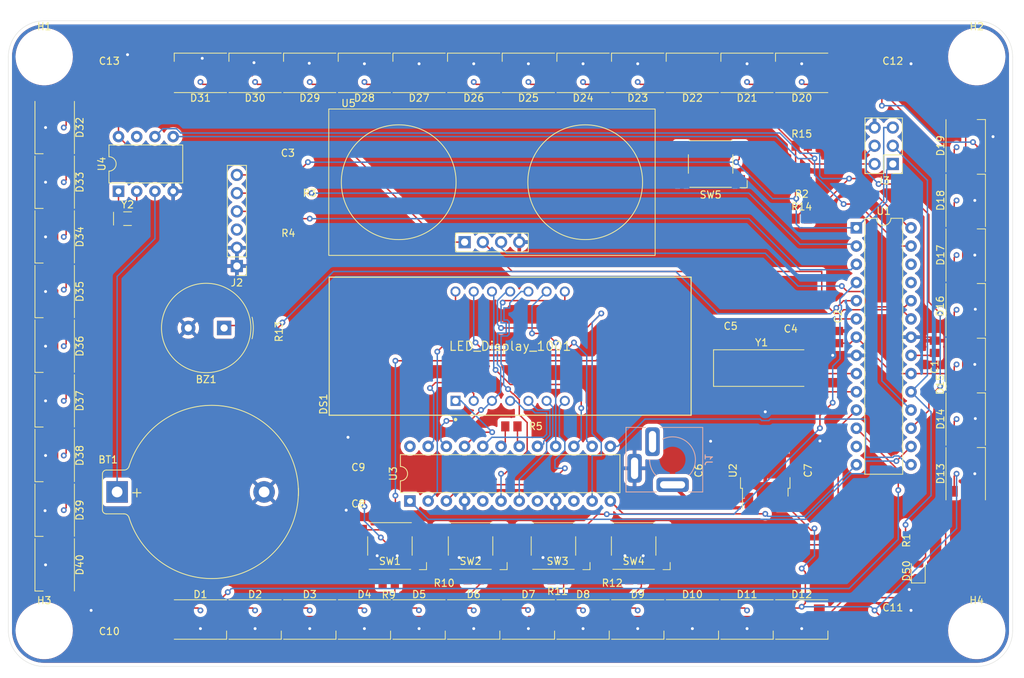
<source format=kicad_pcb>
(kicad_pcb (version 20211014) (generator pcbnew)
  (layers (0 "F.Cu" signal) (31 "B.Cu" signal) (34 "B.Paste" user) (35 "F.Paste" user) (36 "B.SilkS" user "B.Silkscreen") (37 "F.SilkS" user "F.Silkscreen") (38 "B.Mask" user) (39 "F.Mask" user) (44 "Edge.Cuts" user))
  (net 0 "")
  (net 1 "/VBAT")
  (net 2 "GND")
  (net 3 "Net-(BZ1-Pad1)")
  (net 4 "Net-(C1-Pad1)")
  (net 5 "VCC")
  (net 6 "Net-(C3-Pad1)")
  (net 7 "RESET")
  (net 8 "/RTAL1")
  (net 9 "/RTAL2")
  (net 10 "Net-(C6-Pad1)")
  (net 11 "NEO")
  (net 12 "Net-(D1-Pad4)")
  (net 13 "Net-(D2-Pad4)")
  (net 14 "Net-(D3-Pad4)")
  (net 15 "Net-(D4-Pad4)")
  (net 16 "Net-(D5-Pad4)")
  (net 17 "Net-(D6-Pad4)")
  (net 18 "Net-(D7-Pad4)")
  (net 19 "Net-(D8-Pad4)")
  (net 20 "Net-(D10-Pad2)")
  (net 21 "Net-(D10-Pad4)")
  (net 22 "Net-(D11-Pad4)")
  (net 23 "Net-(D12-Pad4)")
  (net 24 "Net-(D13-Pad4)")
  (net 25 "Net-(D14-Pad4)")
  (net 26 "Net-(D15-Pad4)")
  (net 27 "Net-(D16-Pad4)")
  (net 28 "Net-(D17-Pad4)")
  (net 29 "Net-(D18-Pad4)")
  (net 30 "Net-(D19-Pad4)")
  (net 31 "Net-(D20-Pad4)")
  (net 32 "Net-(D21-Pad4)")
  (net 33 "Net-(D22-Pad4)")
  (net 34 "Net-(D23-Pad4)")
  (net 35 "Net-(D24-Pad4)")
  (net 36 "Net-(D25-Pad4)")
  (net 37 "Net-(D26-Pad4)")
  (net 38 "Net-(D27-Pad4)")
  (net 39 "Net-(D28-Pad4)")
  (net 40 "Net-(D29-Pad4)")
  (net 41 "Net-(D30-Pad4)")
  (net 42 "Net-(D31-Pad4)")
  (net 43 "Net-(D32-Pad4)")
  (net 44 "Net-(D33-Pad4)")
  (net 45 "Net-(D34-Pad4)")
  (net 46 "Net-(D35-Pad4)")
  (net 47 "Net-(D36-Pad4)")
  (net 48 "Net-(D37-Pad4)")
  (net 49 "Net-(D38-Pad4)")
  (net 50 "Net-(D39-Pad4)")
  (net 52 "Net-(D50-Pad2)")
  (net 53 "/SEG_E")
  (net 54 "/SEG_D")
  (net 55 "/SEG_DP")
  (net 56 "/SEG_C")
  (net 57 "/SEG_G")
  (net 58 "/DIG_3")
  (net 59 "/DIG_4")
  (net 60 "/SEG_B")
  (net 61 "/DIG_2")
  (net 62 "/DIG_1")
  (net 63 "/SEG_F")
  (net 64 "/SEG_A")
  (net 65 "/DIG_0")
  (net 67 "Net-(J2-Pad5)")
  (net 68 "Net-(J2-Pad4)")
  (net 70 "MISO")
  (net 71 "LED_SCK")
  (net 72 "MOSI")
  (net 73 "RXD")
  (net 74 "TXD")
  (net 75 "Net-(R5-Pad2)")
  (net 76 "BTN_ALARM")
  (net 77 "BTN_DWN")
  (net 78 "BTN_UP")
  (net 79 "BTN_PAUSE")
  (net 80 "SCL")
  (net 81 "SDA")
  (net 82 "DISP_CLK")
  (net 83 "DISP_DATA")
  (net 84 "TRIG")
  (net 85 "ECHO")
  (net 88 "DISP_LOAD")
  (net 93 "/RTC_XTAL1")
  (net 94 "/RTC_XTAL2")
  (net 97 "BUZZER")
  (footprint "footprints:C_0805_2012Metric" (layer "F.Cu") (at 188.976 95.758)
    (fp_text reference "C4")
    (fp_text value "22pf")
  )
  (footprint "footprints:LED_SK6812_PLCC4_5.0x5.0mm_P3.2mm" (layer "F.Cu") (at 213.36 76.2 90)
    (fp_text reference "D18")
    (fp_text value "NEOPIXEL_SMT")
  )
  (footprint "footprints:LED_SK6812_PLCC4_5.0x5.0mm_P3.2mm" (layer "F.Cu") (at 129.54 58.42 180)
    (fp_text reference "D28")
    (fp_text value "NEOPIXEL_SMT")
  )
  (footprint "footprints:MountingHole_3.2mm_M3" (layer "F.Cu") (at 214.904466 56.164466)
    (fp_text reference "H2")
    (fp_text value "MountingHole")
  )
  (footprint "footprints:SW_SPST_Omron_B3FS-100xP" (layer "F.Cu") (at 133.096 124.37 180)
    (fp_text reference "SW1")
    (fp_text value "Omron_B3F_SPST")
  )
  (footprint "footprints:LED_SK6812_PLCC4_5.0x5.0mm_P3.2mm" (layer "F.Cu") (at 152.4 134.62)
    (fp_text reference "D7")
    (fp_text value "NEOPIXEL_SMT")
  )
  (footprint "footprints:C_0805_2012Metric" (layer "F.Cu") (at 195.58 95.25 90)
    (fp_text reference "C2")
    (fp_text value "C_0805_0.1uf")
  )
  (footprint "footprints:C_0805_2012Metric" (layer "F.Cu") (at 180.594 95.758)
    (fp_text reference "C5")
    (fp_text value "22pf")
  )
  (footprint "footprints:MountingHole_3.2mm_M3" (layer "F.Cu") (at 84.904466 56.164466)
    (fp_text reference "H1")
    (fp_text value "MountingHole")
  )
  (footprint "footprints:HC-SR04_Horiz" (layer "F.Cu") (at 147.32 73.66)
    (fp_text reference "U5")
    (fp_text value "UltrasonicModule")
  )
  (footprint "footprints:LED_SK6812_PLCC4_5.0x5.0mm_P3.2mm" (layer "F.Cu") (at 213.36 91.44 90)
    (fp_text reference "D16")
    (fp_text value "NEOPIXEL_SMT")
  )
  (footprint "footprints:R_0805_2012Metric" (layer "F.Cu") (at 156.464 129.032 180)
    (fp_text reference "R11")
    (fp_text value "R_0805_10K")
  )
  (footprint "footprints:LED_SK6812_PLCC4_5.0x5.0mm_P3.2mm" (layer "F.Cu") (at 86.36 111.76 -90)
    (fp_text reference "D38")
    (fp_text value "NEOPIXEL_SMT")
  )
  (footprint "footprints:LED_SK6812_PLCC4_5.0x5.0mm_P3.2mm" (layer "F.Cu") (at 167.64 134.62)
    (fp_text reference "D9")
    (fp_text value "NEOPIXEL_SMT")
  )
  (footprint "footprints:Adafruit-1001-0-0-MFG" (layer "F.Cu") (at 149.86 96.52 90)
    (fp_text reference "DS1")
    (fp_text value "LED_Display_1001")
  )
  (footprint "footprints:LED_SK6812_PLCC4_5.0x5.0mm_P3.2mm" (layer "F.Cu") (at 137.16 58.42 180)
    (fp_text reference "D27")
    (fp_text value "NEOPIXEL_SMT")
  )
  (footprint "footprints:R_0805_2012Metric" (layer "F.Cu") (at 190.5 68.58)
    (fp_text reference "R15")
    (fp_text value "4.7K")
  )
  (footprint "footprints:LED_SK6812_PLCC4_5.0x5.0mm_P3.2mm" (layer "F.Cu") (at 213.36 114.3 90)
    (fp_text reference "D13")
    (fp_text value "NEOPIXEL_SMT")
  )
  (footprint "footprints:C_0805_2012Metric" (layer "F.Cu") (at 177.8 113.86 90)
    (fp_text reference "C6")
    (fp_text value "1uf")
  )
  (footprint "footprints:C_0805_2012Metric" (layer "F.Cu") (at 93.98 134.62 180)
    (fp_text reference "C10")
    (fp_text value "10uf")
  )
  (footprint "footprints:R_0805_2012Metric" (layer "F.Cu") (at 190.5 73.66 180)
    (fp_text reference "R2")
    (fp_text value "10K")
  )
  (footprint "footprints:C_0805_2012Metric" (layer "F.Cu") (at 209.042 96.608 90)
    (fp_text reference "C1")
    (fp_text value "10uf")
  )
  (footprint "footprints:LED_SK6812_PLCC4_5.0x5.0mm_P3.2mm" (layer "F.Cu") (at 182.88 134.62)
    (fp_text reference "D11")
    (fp_text value "NEOPIXEL_SMT")
  )
  (footprint "footprints:C_0805_2012Metric" (layer "F.Cu") (at 118.872 71.628)
    (fp_text reference "C3")
    (fp_text value "C_0805_0.1uf")
  )
  (footprint "footprints:LED_SK6812_PLCC4_5.0x5.0mm_P3.2mm" (layer "F.Cu") (at 144.76592 134.62)
    (fp_text reference "D6")
    (fp_text value "NEOPIXEL_SMT")
  )
  (footprint "footprints:LED_SK6812_PLCC4_5.0x5.0mm_P3.2mm" (layer "F.Cu") (at 86.36 88.9 -90)
    (fp_text reference "D35")
    (fp_text value "NEOPIXEL_SMT")
  )
  (footprint "footprints:MountingHole_3.2mm_M3" (layer "F.Cu") (at 84.904466 136.164466)
    (fp_text reference "H3")
    (fp_text value "MountingHole")
  )
  (footprint "footprints:LED_SK6812_PLCC4_5.0x5.0mm_P3.2mm" (layer "F.Cu") (at 213.36 106.68 90)
    (fp_text reference "D14")
    (fp_text value "NEOPIXEL_SMT")
  )
  (footprint "footprints:R_0805_2012Metric" (layer "F.Cu") (at 118.93 78.74)
    (fp_text reference "R4")
    (fp_text value "47")
  )
  (footprint "footprints:C_0805_2012Metric" (layer "F.Cu") (at 203.2 134.62)
    (fp_text reference "C11")
    (fp_text value "10uf")
  )
  (footprint "footprints:LED_SK6812_PLCC4_5.0x5.0mm_P3.2mm" (layer "F.Cu") (at 86.36 73.66 -90)
    (fp_text reference "D33")
    (fp_text value "NEOPIXEL_SMT")
  )
  (footprint "footprints:R_0805_2012Metric" (layer "F.Cu") (at 132.93 129.54 180)
    (fp_text reference "R9")
    (fp_text value "R_0805_10K")
  )
  (footprint "footprints:C_0805_2012Metric" (layer "F.Cu") (at 203.2 58.42)
    (fp_text reference "C12")
    (fp_text value "10uf")
  )
  (footprint "footprints:LED_SK6812_PLCC4_5.0x5.0mm_P3.2mm" (layer "F.Cu") (at 106.68 58.42 180)
    (fp_text reference "D31")
    (fp_text value "NEOPIXEL_SMT")
  )
  (footprint "footprints:LED_SK6812_PLCC4_5.0x5.0mm_P3.2mm" (layer "F.Cu") (at 86.36 81.28 -90)
    (fp_text reference "D34")
    (fp_text value "NEOPIXEL_SMT")
  )
  (footprint "footprints:C_0805_2012Metric" (layer "F.Cu") (at 93.98 58.42)
    (fp_text reference "C13")
    (fp_text value "10uf")
  )
  (footprint "footprints:TO-252-2" (layer "F.Cu") (at 185.42 113.86 90)
    (fp_text reference "U2")
    (fp_text value "L7805")
  )
  (footprint "footprints:LED_SK6812_PLCC4_5.0x5.0mm_P3.2mm" (layer "F.Cu") (at 86.36 66.04 -90)
    (fp_text reference "D32")
    (fp_text value "NEOPIXEL_SMT")
  )
  (footprint "footprints:C_0805_2012Metric" (layer "F.Cu") (at 193.04 113.86 90)
    (fp_text reference "C7")
    (fp_text value "C_0805_1uf")
  )
  (footprint "footprints:Buzzer_TDK_PS1240P02BT_D12.2mm_H6.5mm" (layer "F.Cu") (at 109.982 93.98 180)
    (fp_text reference "BZ1")
    (fp_text value "Buzzer")
  )
  (footprint "footprints:LED_0805_2012Metric" (layer "F.Cu") (at 206.756 127.84 90)
    (fp_text reference "D50")
    (fp_text value "LED_0805")
  )
  (footprint "footprints:LED_SK6812_PLCC4_5.0x5.0mm_P3.2mm" (layer "F.Cu") (at 114.3 58.42 180)
    (fp_text reference "D30")
    (fp_text value "NEOPIXEL_SMT")
  )
  (footprint "footprints:C_0805_2012Metric" (layer "F.Cu") (at 128.69 111.76 180)
    (fp_text reference "C9")
    (fp_text value "C_0805_10uf")
  )
  (footprint "footprints:SW_SPST_Omron_B3FS-100xP" (layer "F.Cu") (at 155.892 124.37 180)
    (fp_text reference "SW3")
    (fp_text value "Omron_B3F_SPST")
  )
  (footprint "footprints:LED_SK6812_PLCC4_5.0x5.0mm_P3.2mm" (layer "F.Cu") (at 190.5 58.42 180)
    (fp_text reference "D20")
    (fp_text value "NEOPIXEL_SMT")
  )
  (footprint "footprints:MountingHole_3.2mm_M3" (layer "F.Cu") (at 214.884 136.144)
    (fp_text reference "H4")
    (fp_text value "MountingHole")
  )
  (footprint "footprints:R_0805_2012Metric" (layer "F.Cu") (at 118.93 75.184)
    (fp_text reference "R3")
    (fp_text value "47")
  )
  (footprint "footprints:DIP-24_W7.62mm" (layer "F.Cu") (at 135.885 118.1 90)
    (fp_text reference "U3")
    (fp_text value "MAX7219")
  )
  (footprint "footprints:R_0805_2012Metric" (layer "F.Cu") (at 206.756 123.61 90)
    (fp_text reference "R1")
    (fp_text value "2.2K")
  )
  (footprint "footprints:R_0805_2012Metric" (layer "F.Cu") (at 115.99 94.488 -90)
    (fp_text reference "R13")
    (fp_text value "R_0805_47")
  )
  (footprint "footprints:R_0805_2012Metric" (layer "F.Cu") (at 190.5 78.74)
    (fp_text reference "R14")
    (fp_text value "4.7K")
  )
  (footprint "footprints:DIP-8_W7.62mm" (layer "F.Cu") (at 95.26 74.92 90)
    (fp_text reference "U4")
    (fp_text value "DS1307_DIP-8")
  )
  (footprint "footprints:LED_SK6812_PLCC4_5.0x5.0mm_P3.2mm" (layer "F.Cu") (at 160.02 58.42 180)
    (fp_text reference "D24")
    (fp_text value "NEOPIXEL_SMT")
  )
  (footprint "footprints:Crystal_SMD_HC49-SD" (layer "F.Cu") (at 184.912 99.568)
    (fp_text reference "Y1")
    (fp_text value "16MHz")
  )
  (footprint "footprints:LED_SK6812_PLCC4_5.0x5.0mm_P3.2mm" (layer "F.Cu") (at 152.4 58.42 180)
    (fp_text reference "D25")
    (fp_text value "NEOPIXEL_SMT")
  )
  (footprint "footprints:LED_SK6812_PLCC4_5.0x5.0mm_P3.2mm" (layer "F.Cu") (at 175.26 58.42 180)
    (fp_text reference "D22")
    (fp_text value "NEOPIXEL_SMT")
  )
  (footprint "footprints:LED_SK6812_PLCC4_5.0x5.0mm_P3.2mm" (layer "F.Cu") (at 175.26 134.62)
    (fp_text reference "D10")
    (fp_text value "NEOPIXEL_SMT")
  )
  (footprint "footprints:C_0805_2012Metric" (layer "F.Cu") (at 128.69 116.84 180)
    (fp_text reference "C8")
    (fp_text value "C_0805_0.1uf")
  )
  (footprint "footprints:R_0805_2012Metric" (layer "F.Cu") (at 167.298 129.032 180)
    (fp_text reference "R12")
    (fp_text value "R_0805_10K")
  )
  (footprint "footprints:LED_SK6812_PLCC4_5.0x5.0mm_P3.2mm" (layer "F.Cu") (at 213.36 83.82 90)
    (fp_text reference "D17")
    (fp_text value "NEOPIXEL_SMT")
  )
  (footprint "footprints:LED_SK6812_PLCC4_5.0x5.0mm_P3.2mm" (layer "F.Cu") (at 213.36 68.58 90)
    (fp_text reference "D19")
    (fp_text value "NEOPIXEL_SMT")
  )
  (footprint "footprints:LED_SK6812_PLCC4_5.0x5.0mm_P3.2mm" (layer "F.Cu") (at 160.02 134.62)
    (fp_text reference "D8")
    (fp_text value "NEOPIXEL_SMT")
  )
  (footprint "footprints:LED_SK6812_PLCC4_5.0x5.0mm_P3.2mm" (layer "F.Cu") (at 144.78 58.42 180)
    (fp_text reference "D26")
    (fp_text value "NEOPIXEL_SMT")
  )
  (footprint "footprints:LED_SK6812_PLCC4_5.0x5.0mm_P3.2mm" (layer "F.Cu") (at 167.64 58.42 180)
    (fp_text reference "D23")
    (fp_text value "NEOPIXEL_SMT")
  )
  (footprint "footprints:DIP-28_W7.62mm" (layer "F.Cu") (at 198.12 80.02)
    (fp_text reference "U1")
    (fp_text value "ATmega328-PU")
  )
  (footprint "footprints:LED_SK6812_PLCC4_5.0x5.0mm_P3.2mm" (layer "F.Cu") (at 182.88 58.42 180)
    (fp_text reference "D21")
    (fp_text value "NEOPIXEL_SMT")
  )
  (footprint "footprints:BatteryHolder_Keystone_106_1x20mm" (layer "F.Cu") (at 95.066314 116.840017)
    (fp_text reference "BT1")
    (fp_text value "Battery_Cell")
  )
  (footprint "footprints:LED_SK6812_PLCC4_5.0x5.0mm_P3.2mm" (layer "F.Cu") (at 114.3 134.62)
    (fp_text reference "D2")
    (fp_text value "NEOPIXEL_SMT")
  )
  (footprint "footprints:SW_SPST_Omron_B3FS-100xP" (layer "F.Cu") (at 177.8 71.12 180)
    (fp_text reference "SW5")
    (fp_text value "Omron_B3F_SPST")
  )
  (footprint "footprints:LED_SK6812_PLCC4_5.0x5.0mm_P3.2mm" (layer "F.Cu") (at 213.36 99.06 90)
    (fp_text reference "D15")
    (fp_text value "NEOPIXEL_SMT")
  )
  (footprint "footprints:LED_SK6812_PLCC4_5.0x5.0mm_P3.2mm" (layer "F.Cu") (at 86.36 96.52 -90)
    (fp_text reference "D36")
    (fp_text value "NEOPIXEL_SMT")
  )
  (footprint "footprints:LED_SK6812_PLCC4_5.0x5.0mm_P3.2mm" (layer "F.Cu") (at 137.16 134.62)
    (fp_text reference "D5")
    (fp_text value "NEOPIXEL_SMT")
  )
  (footprint "footprints:LED_SK6812_PLCC4_5.0x5.0mm_P3.2mm" (layer "F.Cu") (at 121.92 134.62)
    (fp_text reference "D3")
    (fp_text value "NEOPIXEL_SMT")
  )
  (footprint "footprints:LED_SK6812_PLCC4_5.0x5.0mm_P3.2mm" (layer "F.Cu") (at 86.36 104.14 -90)
    (fp_text reference "D37")
    (fp_text value "NEOPIXEL_SMT")
  )
  (footprint "footprints:PinHeader_1x06_P2.54mm_Vertical" (layer "F.Cu") (at 111.76 85.344 180)
    (fp_text reference "J2")
    (fp_text value "Conn_01x06")
  )
  (footprint "footprints:LED_SK6812_PLCC4_5.0x5.0mm_P3.2mm" (layer "F.Cu") (at 106.68 134.62)
    (fp_text reference "D1")
    (fp_text value "NEOPIXEL_SMT")
  )
  (footprint "footprints:Crystal_SMD_2Pin_3.2x1.5mm" (layer "F.Cu") (at 96.52 78.74)
    (fp_text reference "Y2")
    (fp_text value "Crystal_32768Hz")
  )
  (footprint "footprints:R_0805_2012Metric" (layer "F.Cu") (at 150.026 107.696)
    (fp_text reference "R5")
    (fp_text value "R_0805_22K")
  )
  (footprint "footprints:SW_SPST_Omron_B3FS-100xP" (layer "F.Cu") (at 144.336 124.37 180)
    (fp_text reference "SW2")
    (fp_text value "Omron_B3F_SPST")
  )
  (footprint "footprints:PinHeader_2x03_P2.54mm_Vertical" (layer "F.Cu") (at 203.2 71.12 180)
    (fp_text reference "J3")
    (fp_text value "Conn_02x03_Odd_Even")
  )
  (footprint "footprints:LED_SK6812_PLCC4_5.0x5.0mm_P3.2mm" (layer "F.Cu") (at 190.5 134.62)
    (fp_text reference "D12")
    (fp_text value "NEOPIXEL_SMT")
  )
  (footprint "footprints:LED_SK6812_PLCC4_5.0x5.0mm_P3.2mm" (layer "F.Cu") (at 121.92 58.42 180)
    (fp_text reference "D29")
    (fp_text value "NEOPIXEL_SMT")
  )
  (footprint "footprints:LED_SK6812_PLCC4_5.0x5.0mm_P3.2mm" (layer "F.Cu") (at 129.54 134.62)
    (fp_text reference "D4")
    (fp_text value "NEOPIXEL_SMT")
  )
  (footprint "footprints:LED_SK6812_PLCC4_5.0x5.0mm_P3.2mm" (layer "F.Cu") (at 86.36 119.38 -90)
    (fp_text reference "D39")
    (fp_text value "NEOPIXEL_SMT")
  )
  (footprint "footprints:LED_SK6812_PLCC4_5.0x5.0mm_P3.2mm" (layer "F.Cu") (at 86.36 127 -90)
    (fp_text reference "D40")
    (fp_text value "NEOPIXEL_SMT")
  )
  (footprint "footprints:SW_SPST_Omron_B3FS-100xP" (layer "F.Cu") (at 167.068 124.37 180)
    (fp_text reference "SW4")
    (fp_text value "Omron_B3F_SPST")
  )
  (footprint "footprints:R_0805_2012Metric" (layer "F.Cu") (at 144.78 129.032 180)
    (fp_text reference "R10")
    (fp_text value "R_0805_10K")
  )
  (footprint "footprints:Wurth-694106402002" (layer "B.Cu") (at 172.500011 112.338002 90)
    (fp_text reference "J1")
    (fp_text value "Power_inlet_vertical" hide)
  )
  (gr_arc (start 214.904466 51.164466) (mid 218.44 52.628932) (end 219.904466 56.164466) (layer "Edge.Cuts") (width 0.05))
  (gr_line (start 219.904466 56.164466) (end 219.904466 136.164466) (layer "Edge.Cuts") (width 0.05))
  (gr_line (start 214.904466 141.164466) (end 84.904466 141.164466) (layer "Edge.Cuts") (width 0.05))
  (gr_line (start 214.904466 51.164466) (end 84.904466 51.164466) (layer "Edge.Cuts") (width 0.05))
  (gr_arc (start 84.904466 141.164466) (mid 81.368932 139.7) (end 79.904466 136.164466) (layer "Edge.Cuts") (width 0.05))
  (gr_arc (start 219.904466 136.164466) (mid 218.44 139.7) (end 214.904466 141.164466) (layer "Edge.Cuts") (width 0.05))
  (gr_line (start 79.904466 56.164466) (end 79.904466 136.164466) (layer "Edge.Cuts") (width 0.05))
  (gr_arc (start 79.904466 56.164466) (mid 81.368932 52.628932) (end 84.904466 51.164466) (layer "Edge.Cuts") (width 0.05))
  (segment (start 95.066314 116.840017) (end 95.066314 86.797686) (width 0.2032) (layer "B.Cu") (net 1))
  (segment (start 100.34 81.524) (end 100.34 74.92) (width 0.2032) (layer "B.Cu") (net 1))
  (segment (start 95.066314 86.797686) (end 100.34 81.524) (width 0.2032) (layer "B.Cu") (net 1))
  (segment (start 214.96 88.99) (end 214.96 91.11) (width 0.2032) (layer "F.Cu") (net 2))
  (segment (start 147.23 136.22) (end 145.11 136.22) (width 0.2032) (layer "F.Cu") (net 2))
  (segment (start 152.73 136.22) (end 152.4 135.89) (width 0.2032) (layer "F.Cu") (net 2))
  (segment (start 84.76 68.49) (end 84.76 66.37) (width 0.2032) (layer "F.Cu") (net 2))
  (segment (start 206.756 129.168) (end 205.486 130.438) (width 0.2032) (layer "F.Cu") (net 2))
  (segment (start 183.21 136.22) (end 182.88 135.89) (width 0.2032) (layer "F.Cu") (net 2))
  (segment (start 195.58 94.4) (end 195.455 94.4) (width 0.2032) (layer "F.Cu") (net 2))
  (segment (start 119.47 56.82) (end 121.59 56.82) (width 0.2032) (layer "F.Cu") (net 2))
  (segment (start 194.575689 97.547689) (end 194.818 97.79) (width 0.2032) (layer "F.Cu") (net 2))
  (segment (start 214.96 73.75) (end 214.96 75.87) (width 0.2032) (layer "F.Cu") (net 2))
  (segment (start 84.76 114.21) (end 84.76 112.09) (width 0.2032) (layer "F.Cu") (net 2))
  (segment (start 214.96 81.37) (end 214.96 83.49) (width 0.2032) (layer "F.Cu") (net 2))
  (segment (start 180.43 56.82) (end 182.55 56.82) (width 0.2032) (layer "F.Cu") (net 2))
  (segment (start 148.336 126.62) (end 146.178 126.62) (width 0.2032) (layer "F.Cu") (net 2))
  (segment (start 96.52 56.73) (end 96.52 55.88) (width 0.2032) (layer "F.Cu") (net 2))
  (segment (start 127.84 118.54) (end 127 119.38) (width 0.2032) (layer "F.Cu") (net 2))
  (segment (start 84.76 73.99) (end 85.09 73.66) (width 0.2032) (layer "F.Cu") (net 2))
  (segment (start 116.75 136.22) (end 114.63 136.22) (width 0.2032) (layer "F.Cu") (net 2))
  (segment (start 127.84 109.806) (end 127.254 109.22) (width 0.2032) (layer "F.Cu") (net 2))
  (segment (start 194.818 97.79) (end 196.576 97.79) (width 0.508) (layer "F.Cu") (net 2))
  (segment (start 84.76 112.09) (end 85.09 111.76) (width 0.2032) (layer "F.Cu") (net 2))
  (segment (start 193.04 109.728) (end 193.04 113.01001) (width 0.508) (layer "F.Cu") (net 2))
  (segment (start 84.76 76.11) (end 84.76 73.99) (width 0.2032) (layer "F.Cu") (net 2))
  (segment (start 194.575689 95.279311) (end 194.575689 97.547689) (width 0.2032) (layer "F.Cu") (net 2))
  (segment (start 140.336 126.62) (end 142.112 126.62) (width 0.2032) (layer "F.Cu") (net 2))
  (segment (start 149.95 56.82) (end 152.07 56.82) (width 0.2032) (layer "F.Cu") (net 2))
  (segment (start 204.05 134.62) (end 204.47 134.62) (width 0.2032) (layer "F.Cu") (net 2))
  (segment (start 142.33 56.82) (end 144.45 56.82) (width 0.2032) (layer "F.Cu") (net 2))
  (segment (start 84.76 119.71) (end 85.019499 119.450501) (width 0.2032) (layer "F.Cu") (net 2))
  (segment (start 151.892 126.62) (end 153.796 126.62) (width 0.2032) (layer "F.Cu") (net 2))
  (segment (start 167.31 56.82) (end 167.64 57.15) (width 0.2032) (layer "F.Cu") (net 2))
  (segment (start 175.59 136.22) (end 175.26 135.89) (width 0.2032) (layer "F.Cu") (net 2))
  (segment (start 153.796 126.62) (end 154.432 125.984) (width 0.2032) (layer "F.Cu") (net 2))
  (segment (start 94.83 58.42) (end 96.52 56.73) (width 0.2032) (layer "F.Cu") (net 2))
  (segment (start 177.71 136.22) (end 175.59 136.22) (width 0.2032) (layer "F.Cu") (net 2))
  (segment (start 84.76 81.61) (end 85.09 81.28) (width 0.2032) (layer "F.Cu") (net 2))
  (segment (start 165.19 56.82) (end 167.31 56.82) (width 0.2032) (layer "F.Cu") (net 2))
  (segment (start 163.068 126.62) (end 164.972 126.62) (width 0.2032) (layer "F.Cu") (net 2))
  (segment (start 214.96 83.49) (end 214.63 83.82) (width 0.2032) (layer "F.Cu") (net 2))
  (segment (start 214.96 98.73) (end 214.63 99.06) (width 0.2032) (layer "F.Cu") (net 2))
  (segment (start 127.09 56.82) (end 129.21 56.82) (width 0.2032) (layer "F.Cu") (net 2))
  (segment (start 146.178 126.62) (end 145.542 125.984) (width 0.2032) (layer "F.Cu") (net 2))
  (segment (start 185.42 111.76) (end 185.42 105.664) (width 1.27) (layer "F.Cu") (net 2))
  (segment (start 179.7907 111.76) (end 177.8 109.7693) (width 0.508) (layer "F.Cu") (net 2))
  (segment (start 142.112 126.62) (end 142.748 125.984) (width 0.2032) (layer "F.Cu") (net 2))
  (segment (start 107.01 136.22) (end 106.68 135.89) (width 0.2032) (layer "F.Cu") (net 2))
  (segment (start 121.59 56.82) (end 121.849499 57.079499) (width 0.2032) (layer "F.Cu") (net 2))
  (segment (start 204.47 134.62) (end 205.74 133.35) (width 0.2032) (layer "F.Cu") (net 2))
  (segment (start 205.74 95.26) (end 208.544 95.26) (width 0.2032) (layer "F.Cu") (net 2))
  (segment (start 214.96 91.11) (end 214.700501 91.369499) (width 0.2032) (layer "F.Cu") (net 2))
  (segment (start 179.832 111.76) (end 185.42 111.76) (width 0.508) (layer "F.Cu") (net 2))
  (segment (start 171.068 126.62) (end 169.292 126.62) (width 0.2032) (layer "F.Cu") (net 2))
  (segment (start 106.934 56.388) (end 106.502 56.82) (width 0.2032) (layer "F.Cu") (net 2))
  (segment (start 185.42 111.76) (end 191.008 111.76) (width 0.508) (layer "F.Cu") (net 2))
  (segment (start 84.76 89.23) (end 85.09 88.9) (width 0.2032) (layer "F.Cu") (net 2))
  (segment (start 169.292 126.62) (end 168.402 125.73) (width 0.2032) (layer "F.Cu") (net 2))
  (segment (start 208.544 95.26) (end 209.042 95.758) (width 0.2032) (layer "F.Cu") (net 2))
  (segment (start 185.33 136.22) (end 183.21 136.22) (width 0.2032) (layer "F.Cu") (net 2))
  (segment (start 129.87 136.22) (end 129.54 135.89) (width 0.2032) (layer "F.Cu") (net 2))
  (segment (start 131.99 136.22) (end 129.87 136.22) (width 0.2032) (layer "F.Cu") (net 2))
  (segment (start 214.96 106.35) (end 214.700501 106.609499) (width 0.2032) (layer "F.Cu") (net 2))
  (segment (start 84.76 83.73) (end 84.76 81.61) (width 0.2032) (layer "F.Cu") (net 2))
  (segment (start 204.05 58.42) (end 204.47 58.42) (width 0.2032) (layer "F.Cu") (net 2))
  (segment (start 84.76 127.33) (end 85.09 127) (width 0.2032) (layer "F.Cu") (net 2))
  (segment (start 84.76 121.83) (end 84.76 119.71) (width 0.2032) (layer "F.Cu") (net 2))
  (segment (start 137.49 136.22) (end 137.16 135.89) (width 0.2032) (layer "F.Cu") (net 2))
  (segment (start 84.76 66.37) (end 85.09 66.04) (width 0.2032) (layer "F.Cu") (net 2))
  (segment (start 214.96 66.13) (end 215.99 66.13) (width 0.2032) (layer "F.Cu") (net 2))
  (segment (start 159.69 56.82) (end 160.02 57.15) (width 0.2032) (layer "F.Cu") (net 2))
  (segment (start 190.83 136.22) (end 190.5 135.89) (width 0.2032) (layer "F.Cu") (net 2))
  (segment (start 122.25 136.22) (end 121.92 135.89) (width 0.2032) (layer "F.Cu") (net 2))
  (segment (start 188.05 56.82) (end 190.17 56.82) (width 0.2032) (layer "F.Cu") (net 2))
  (segment (start 154.85 136.22) (end 152.73 136.22) (width 0.2032) (layer "F.Cu") (net 2))
  (segment (start 136.83 56.82) (end 137.16 57.15) (width 0.2032) (layer "F.Cu") (net 2))
  (segment (start 109.13 136.22) (end 107.01 136.22) (width 0.2032) (layer "F.Cu") (net 2))
  (segment (start 191.008 111.76) (end 193.04 109.728) (width 0.508) (layer "F.Cu") (net 2))
  (segment (start 129.096 126.62) (end 130.428 126.62) (width 0.2032) (layer "F.Cu") (net 2))
  (segment (start 129.21 56.82) (end 129.54 57.15) (width 0.2032) (layer "F.Cu") (net 2))
  (segment (start 170.09 136.22) (end 167.97 136.22) (width 0.2032) (layer "F.Cu") (net 2))
  (segment (start 84.76 98.97) (end 84.76 96.85) (width 0.2032) (layer "F.Cu") (net 2))
  (segment (start 206.756 128.7775) (end 206.756 129.168) (width 0.2032) (layer "F.Cu") (net 2))
  (segment (start 144.45 56.82) (end 144.78 57.15) (width 0.2032) (layer "F.Cu") (net 2))
  (segment (start 190.17 56.82) (end 190.5 57.15) (width 0.2032) (layer "F.Cu") (net 2))
  (segment (start 152.07 56.82) (end 152.4 57.15) (width 0.2032) (layer "F.Cu") (net 2))
  (segment (start 167.97 136.22) (end 167.64 135.89) (width 0.2032) (layer "F.Cu") (net 2))
  (segment (start 111.85 56.82) (end 113.97 56.82) (width 0.2032) (layer "F.Cu") (net 2))
  (segment (start 139.61 136.22) (end 137.49 136.22) (width 0.2032) (layer "F.Cu") (net 2))
  (segment (start 196.576 97.79) (end 196.586 97.8) (width 0.508) (layer "F.Cu") (net 2))
  (segment (start 192.95 136.22) (end 190.83 136.22) (width 0.2032) (layer "F.Cu") (net 2))
  (segment (start 214.96 75.87) (end 214.63 76.2) (width 0.2032) (layer "F.Cu") (net 2))
  (segment (start 134.71 56.82) (end 136.83 56.82) (width 0.2032) (layer "F.Cu") (net 2))
  (segment (start 124.37 136.22) (end 122.25 136.22) (width 0.2032) (layer "F.Cu") (net 2))
  (segment (start 92.71 134.62) (end 91.44 133.35) (width 0.2032) (layer "F.Cu") (net 2))
  (segment (start 84.76 96.85) (end 85.09 96.52) (width 0.2032) (layer "F.Cu") (net 2))
  (segment (start 113.97 56.82) (end 114.14543 56.99543) (width 0.2032) (layer "F.Cu") (net 2))
  (segment (start 135.002 126.62) (end 134.112 125.73) (width 0.2032) (layer "F.Cu") (net 2))
  (segment (start 182.55 56.82) (end 182.88 57.15) (width 0.2032) (layer "F.Cu") (net 2))
  (segment (start 127.84 116.84) (end 127.84 118.54) (width 0.2032) (layer "F.Cu") (net 2))
  (segment (start 162.47 136.22) (end 160.35 136.22) (width 0.2032) (layer "F.Cu") (net 2))
  (segment (start 157.1 126.62) (end 156.464 125.984) (width 0.2032) (layer "F.Cu") (net 2))
  (segment (start 214.96 96.61) (end 214.96 98.73) (width 0.2032) (layer "F.Cu") (net 2))
  (segment (start 93.13 134.62) (end 92.71 134.62) (width 0.2032) (layer "F.Cu") (net 2))
  (segment (start 214.96 104.23) (end 214.96 106.35) (width 0.2032) (layer "F.Cu") (net 2))
  (segment (start 195.455 94.4) (end 194.575689 95.279311) (width 0.2032) (layer "F.Cu") (net 2))
  (segment (start 130.428 126.62) (end 131.318 125.73) (width 0.2032) (layer "F.Cu") (net 2))
  (segment (start 84.76 106.59) (end 84.76 104.47) (width 0.2032) (layer "F.Cu") (net 2))
  (segment (start 84.76 129.45) (end 84.76 127.33) (width 0.2032) (layer "F.Cu") (net 2))
  (segment (start 204.47 58.42) (end 205.74 57.15) (width 0.2032) (layer "F.Cu") (net 2))
  (segment (start 196.586 97.8) (end 198.12 97.8) (width 0.508) (layer "F.Cu") (net 2))
  (segment (start 215.99 66.13) (end 217.17 67.31) (width 0.2032) (layer "F.Cu") (net 2))
  (segment (start 106.502 56.82) (end 104.23 56.82) (width 0.2032) (layer "F.Cu") (net 2))
  (segment (start 84.76 104.47) (end 85.09 104.14) (width 0.2032) (layer "F.Cu") (net 2))
  (segment (start 114.63 136.22) (end 114.3 135.89) (width 0.2032) (layer "F.Cu") (net 2))
  (segment (start 214.96 113.97) (end 214.63 114.3) (width 0.2032) (layer "F.Cu") (net 2))
  (segment (start 177.8 113.01001) (end 177.8 109.7693) (width 0.508) (layer "F.Cu") (net 2))
  (segment (start 214.96 111.85) (end 214.96 113.97) (width 0.2032) (layer "F.Cu") (net 2))
  (segment (start 84.76 91.35) (end 84.76 89.23) (width 0.2032) (layer "F.Cu") (net 2))
  (segment (start 164.972 126.62) (end 165.862 125.73) (width 0.2032) (layer "F.Cu") (net 2))
  (segment (start 127.84 111.76) (end 127.84 109.806) (width 0.2032) (layer "F.Cu") (net 2))
  (segment (start 159.892 126.62) (end 157.1 126.62) (width 0.2032) (layer "F.Cu") (net 2))
  (segment (start 160.35 136.22) (end 160.02 135.89) (width 0.2032) (layer "F.Cu") (net 2))
  (segment (start 157.57 56.82) (end 159.69 56.82) (width 0.2032) (layer "F.Cu") (net 2))
  (segment (start 137.096 126.62) (end 135.002 126.62) (width 0.2032) (layer "F.Cu") (net 2))
  (segment (start 145.11 136.22) (end 144.78 135.89) (width 0.2032) (layer "F.Cu") (net 2))
  (via (at 185.42 105.664) (size 1.8288) (drill 0.4064) (layers "F.Cu" "B.Cu") (net 2))
  (via (at 134.112 125.73) (size 0.8128) (drill 0.4064) (layers "F.Cu" "B.Cu") (net 2))
  (via (at 214.63 99.06) (size 0.8128) (drill 0.4064) (layers "F.Cu" "B.Cu") (net 2))
  (via (at 182.88 135.89) (size 0.8128) (drill 0.4064) (layers "F.Cu" "B.Cu") (net 2))
  (via (at 106.68 135.89) (size 0.8128) (drill 0.4064) (layers "F.Cu" "B.Cu") (net 2))
  (via (at 85.09 81.28) (size 0.8128) (drill 0.4064) (layers "F.Cu" "B.Cu") (net 2))
  (via (at 114.3 135.89) (size 0.8128) (drill 0.4064) (layers "F.Cu" "B.Cu") (net 2))
  (via (at 85.09 66.04) (size 0.8128) (drill 0.4064) (layers "F.Cu" "B.Cu") (net 2))
  (via (at 145.542 125.984) (size 0.8128) (drill 0.4064) (layers "F.Cu" "B.Cu") (net 2))
  (via (at 91.44 133.35) (size 0.8128) (drill 0.4064) (layers "F.Cu" "B.Cu") (net 2))
  (via (at 193.04 109.728) (size 0.8128) (drill 0.4064) (layers "F.Cu" "B.Cu") (net 2))
  (via (at 168.402 125.73) (size 0.8128) (drill 0.4064) (layers "F.Cu" "B.Cu") (net 2))
  (via (at 106.934 56.388) (size 0.8128) (drill 0.4064) (layers "F.Cu" "B.Cu") (net 2))
  (via (at 160.02 57.15) (size 0.8128) (drill 0.4064) (layers "F.Cu" "B.Cu") (net 2))
  (via (at 137.16 135.89) (size 0.8128) (drill 0.4064) (layers "F.Cu" "B.Cu") (net 2))
  (via (at 217.17 67.31) (size 0.8128) (drill 0.4064) (layers "F.Cu" "B.Cu") (net 2))
  (via (at 165.862 125.73) (size 0.8128) (drill 0.4064) (layers "F.Cu" "B.Cu") (net 2))
  (via (at 137.16 57.15) (size 0.8128) (drill 0.4064) (layers "F.Cu" "B.Cu") (net 2))
  (via (at 85.09 111.76) (size 0.8128) (drill 0.4064) (layers "F.Cu" "B.Cu") (net 2))
  (via (at 214.700501 106.609499) (size 0.8128) (drill 0.4064) (layers "F.Cu" "B.Cu") (net 2))
  (via (at 114.14543 56.99543) (size 0.8128) (drill 0.4064) (layers "F.Cu" "B.Cu") (net 2))
  (via (at 156.464 125.984) (size 0.8128) (drill 0.4064) (layers "F.Cu" "B.Cu") (net 2))
  (via (at 152.4 57.15) (size 0.8128) (drill 0.4064) (layers "F.Cu" "B.Cu") (net 2))
  (via (at 127.254 109.22) (size 0.8128) (drill 0.4064) (layers "F.Cu" "B.Cu") (net 2))
  (via (at 85.09 104.14) (size 0.8128) (drill 0.4064) (layers "F.Cu" "B.Cu") (net 2))
  (via (at 129.54 57.15) (size 0.8128) (drill 0.4064) (layers "F.Cu" "B.Cu") (net 2))
  (via (at 205.74 57.15) (size 0.8128) (drill 0.4064) (layers "F.Cu" "B.Cu") (net 2))
  (via (at 167.64 135.89) (size 0.8128) (drill 0.4064) (layers "F.Cu" "B.Cu") (net 2))
  (via (at 190.5 135.89) (size 0.8128) (drill 0.4064) (layers "F.Cu" "B.Cu") (net 2))
  (via (at 154.432 125.984) (size 0.8128) (drill 0.4064) (layers "F.Cu" "B.Cu") (net 2))
  (via (at 144.78 135.89) (size 0.8128) (drill 0.4064) (layers "F.Cu" "B.Cu") (net 2))
  (via (at 144.78 57.15) (size 0.8128) (drill 0.4064) (layers "F.Cu" "B.Cu") (net 2))
  (via (at 85.09 88.9) (size 0.8128) (drill 0.4064) (layers "F.Cu" "B.Cu") (net 2))
  (via (at 85.09 96.52) (size 0.8128) (drill 0.4064) (layers "F.Cu" "B.Cu") (net 2))
  (via (at 121.849499 57.079499) (size 0.8128) (drill 0.4064) (layers "F.Cu" "B.Cu") (net 2))
  (via (at 182.88 57.15) (size 0.8128) (drill 0.4064) (layers "F.Cu" "B.Cu") (net 2))
  (via (at 121.92 135.89) (size 0.8128) (drill 0.4064) (layers "F.Cu" "B.Cu") (net 2))
  (via (at 205.74 133.35) (size 0.8128) (drill 0.4064) (layers "F.Cu" "B.Cu") (net 2))
  (via (at 131.318 125.73) (size 0.8128) (drill 0.4064) (layers "F.Cu" "B.Cu") (net 2))
  (via (at 85.019499 119.450501) (size 0.8128) (drill 0.4064) (layers "F.Cu" "B.Cu") (net 2))
  (via (at 152.4 135.89) (size 0.8128) (drill 0.4064) (layers "F.Cu" "B.Cu") (net 2))
  (via (at 214.63 83.82) (size 0.8128) (drill 0.4064) (layers "F.Cu" "B.Cu") (net 2))
  (via (at 177.8 109.7693) (size 0.8128) (drill 0.4064) (layers "F.Cu" "B.Cu") (net 2))
  (via (at 167.64 57.15) (size 0.8128) (drill 0.4064) (layers "F.Cu" "B.Cu") (net 2))
  (via (at 205.486 130.438) (size 0.8128) (drill 0.4064) (layers "F.Cu" "B.Cu") (net 2))
  (via (at 194.818 97.79) (size 1.0668) (drill 0.4064) (layers "F.Cu" "B.Cu") (net 2))
  (via (at 190.5 57.15) (size 0.8128) (drill 0.4064) (layers "F.Cu" "B.Cu") (net 2))
  (via (at 160.02 135.89) (size 0.8128) (drill 0.4064) (layers "F.Cu" "B.Cu") (net 2))
  (via (at 214.63 114.3) (size 0.8128) (drill 0.4064) (layers "F.Cu" "B.Cu") (net 2))
  (via (at 175.26 135.89) (size 0.8128) (drill 0.4064) (layers "F.Cu" "B.Cu") (net 2))
  (via (at 85.09 73.66) (size 0.8128) (drill 0.4064) (layers "F.Cu" "B.Cu") (net 2))
  (via (at 214.700501 91.369499) (size 0.8128) (drill 0.4064) (layers "F.Cu" "B.Cu") (net 2))
  (via (at 96.52 55.88) (size 0.8128) (drill 0.4064) (layers "F.Cu" "B.Cu") (net 2))
  (via (at 129.54 135.89) (size 0.8128) (drill 0.4064) (layers "F.Cu" "B.Cu") (net 2))
  (via (at 214.63 76.2) (size 0.8128) (drill 0.4064) (layers "F.Cu" "B.Cu") (net 2))
  (via (at 142.748 125.984) (size 0.8128) (drill 0.4064) (layers "F.Cu" "B.Cu") (net 2))
  (via (at 85.09 127) (size 0.8128) (drill 0.4064) (layers "F.Cu" "B.Cu") (net 2))
  (via (at 127 119.38) (size 0.8128) (drill 0.4064) (layers "F.Cu" "B.Cu") (net 2))
  (segment (start 115.99 93.638) (end 110.324 93.638) (width 0.2032) (layer "F.Cu") (net 3))
  (segment (start 110.324 93.638) (end 109.982 93.98) (width 0.2032) (layer "F.Cu") (net 3))
  (segment (start 205.74 97.8) (end 208.7 97.8) (width 0.2032) (layer "F.Cu") (net 4))
  (segment (start 208.7 97.8) (end 209.042 97.458) (width 0.2032) (layer "F.Cu") (net 4))
  (segment (start 208.524 97.8) (end 209.042 97.282) (width 0.2032) (layer "F.Cu") (net 4))
  (segment (start 95.25 65.278) (end 95.26 65.288) (width 0.2032) (layer "F.Cu") (net 5))
  (segment (start 205.74 100.340008) (end 203.2 100.340008) (width 0.2032) (layer "F.Cu") (net 5))
  (segment (start 95.26 65.288) (end 95.26 67.3) (width 0.2032) (layer "F.Cu") (net 5))
  (segment (start 144.45 133.02) (end 144.78 133.35) (width 0.2032) (layer "F.Cu") (net 5))
  (segment (start 211.76 71.03) (end 202.35 61.62) (width 0.2032) (layer "F.Cu") (net 5))
  (segment (start 189.65 68.58) (end 189.65 68.705) (width 0.2032) (layer "F.Cu") (net 5))
  (segment (start 189.649989 71.83501) (end 189.649989 68.58) (width 0.2032) (layer "F.Cu") (net 5))
  (segment (start 134.71 133.02) (end 136.83 133.02) (width 0.2032) (layer "F.Cu") (net 5))
  (segment (start 87.96 73.33) (end 87.63 73.66) (width 0.2032) (layer "F.Cu") (net 5))
  (segment (start 131.99 60.02) (end 129.87 60.02) (width 0.2032) (layer "F.Cu") (net 5))
  (segment (start 189.65 78.74) (end 189.65 78.615) (width 0.2032) (layer "F.Cu") (net 5))
  (segment (start 211.76 86.27) (end 211.76 84.15) (width 0.2032) (layer "F.Cu") (net 5))
  (segment (start 190.83 60.02) (end 190.5 59.69) (width 0.2032) (layer "F.Cu") (net 5))
  (segment (start 201.93 134.62) (end 200.66 133.35) (width 0.2032) (layer "F.Cu") (net 5))
  (segment (start 191.350011 76.91501) (end 191.350011 73.66) (width 0.2032) (layer "F.Cu") (net 5))
  (segment (start 87.96 103.81) (end 87.63 104.14) (width 0.2032) (layer "F.Cu") (net 5))
  (segment (start 114.63 60.02) (end 114.3 59.69) (width 0.2032) (layer "F.Cu") (net 5))
  (segment (start 87.96 116.93) (end 87.96 119.05) (width 0.2032) (layer "F.Cu") (net 5))
  (segment (start 190.5 132.842) (end 190.322 133.02) (width 0.2032) (layer "F.Cu") (net 5))
  (segment (start 87.96 71.21) (end 87.96 73.33) (width 0.2032) (layer "F.Cu") (net 5))
  (segment (start 95.26 67.3) (end 97.556 69.596) (width 0.2032) (layer "F.Cu") (net 5))
  (segment (start 168.148 129.032) (end 168.148 130.062) (width 0.2032) (layer "F.Cu") (net 5))
  (segment (start 160.35 60.02) (end 160.02 59.69) (width 0.2032) (layer "F.Cu") (net 5))
  (segment (start 107.01 60.02) (end 106.68 59.69) (width 0.2032) (layer "F.Cu") (net 5))
  (segment (start 87.96 124.55) (end 86.36 124.55) (width 0.2032) (layer "F.Cu") (net 5))
  (segment (start 211.76 101.51) (end 211.76 100) (width 0.2032) (layer "F.Cu") (net 5))
  (segment (start 87.96 94.07) (end 87.96 96.19) (width 0.2032) (layer "F.Cu") (net 5))
  (segment (start 192.064996 71.12) (end 200.66 71.12) (width 0.2032) (layer "F.Cu") (net 5))
  (segment (start 191.008 132.334) (end 191.008 128.016) (width 0.2032) (layer "F.Cu") (net 5))
  (segment (start 87.96 80.95) (end 87.63 81.28) (width 0.2032) (layer "F.Cu") (net 5))
  (segment (start 211.76 76.53) (end 212.09 76.2) (width 0.2032) (layer "F.Cu") (net 5))
  (segment (start 132.842 124.206) (end 131.826 123.19) (width 0.2032) (layer "F.Cu") (net 5))
  (segment (start 203.2 100.340008) (end 198.12 95.260008) (width 0.2032) (layer "F.Cu") (net 5))
  (segment (start 87.96 88.316) (end 87.96 86.45) (width 0.2032) (layer "F.Cu") (net 5))
  (segment (start 140.176 82.01) (end 143.51 82.01) (width 0.2032) (layer "F.Cu") (net 5))
  (segment (start 106.35 133.02) (end 106.68 133.35) (width 0.2032) (layer "F.Cu") (net 5))
  (segment (start 190.322 133.02) (end 188.05 133.02) (width 0.2032) (layer "F.Cu") (net 5))
  (segment (start 132.842 127.762) (end 132.842 124.206) (width 0.2032) (layer "F.Cu") (net 5))
  (segment (start 211.76 109.13) (end 211.76 107.01) (width 0.2032) (layer "F.Cu") (net 5))
  (segment (start 111.85 133.02) (end 113.97 133.02) (width 0.2032) (layer "F.Cu") (net 5))
  (segment (start 119.47 133.02) (end 121.59 133.02) (width 0.2032) (layer "F.Cu") (net 5))
  (segment (start 157.314 129.032) (end 157.314 132.764) (width 0.2032) (layer "F.Cu") (net 5))
  (segment (start 168.148 130.062) (end 165.19 133.02) (width 0.2032) (layer "F.Cu") (net 5))
  (segment (start 211.76 71.03) (end 211.76 69.1127) (width 0.2032) (layer "F.Cu") (net 5))
  (segment (start 167.97 60.02) (end 167.64 59.69) (width 0.2032) (layer "F.Cu") (net 5))
  (segment (start 87.96 96.19) (end 87.63 96.52) (width 0.2032) (layer "F.Cu") (net 5))
  (segment (start 129.54 118.872) (end 129.54 116.84) (width 0.2032) (layer "F.Cu") (net 5))
  (segment (start 129.21 133.02) (end 129.54 133.35) (width 0.2032) (layer "F.Cu") (net 5))
  (segment (start 124.37 60.02) (end 122.25 60.02) (width 0.2032) (layer "F.Cu") (net 5))
  (segment (start 127.09 133.02) (end 129.21 133.02) (width 0.2032) (layer "F.Cu") (net 5))
  (segment (start 86.36 124.55) (end 86.36 128.016) (width 0.2032) (layer "F.Cu") (net 5))
  (segment (start 133.78 129.54) (end 133.78 132.09) (width 0.2032) (layer "F.Cu") (net 5))
  (segment (start 167.31 133.02) (end 167.64 133.35) (width 0.2032) (layer "F.Cu") (net 5))
  (segment (start 129.54 111.76) (end 129.54 116.84) (width 0.2032) (layer "F.Cu") (net 5))
  (segment (start 157.57 133.02) (end 159.69 133.02) (width 0.2032) (layer "F.Cu") (net 5))
  (segment (start 192.95 60.02) (end 190.83 60.02) (width 0.2032) (layer "F.Cu") (net 5))
  (segment (start 149.95 133.02) (end 152.07 133.02) (width 0.2032) (layer "F.Cu") (net 5))
  (segment (start 165.19 133.02) (end 167.31 133.02) (width 0.2032) (layer "F.Cu") (net 5))
  (segment (start 136.83 133.02) (end 137.137881 133.327881) (width 0.2032) (layer "F.Cu") (net 5))
  (segment (start 182.55 133.02) (end 182.88 133.35) (width 0.2032) (layer "F.Cu") (net 5))
  (segment (start 154.85 60.02) (end 152.73 60.02) (width 0.2032) (layer "F.Cu") (net 5))
  (segment (start 116.75 60.02) (end 114.63 60.02) (width 0.2032) (layer "F.Cu") (net 5))
  (segment (start 152.73 60.02) (end 152.4 59.69) (width 0.2032) (layer "F.Cu") (net 5))
  (segment (start 183.21 60.02) (end 182.88 59.69) (width 0.2032) (layer "F.Cu") (net 5))
  (segment (start 157.314 132.764) (end 157.57 133.02) (width 0.2032) (layer "F.Cu") (net 5))
  (segment (start 202.35 134.62) (end 201.93 134.62) (width 0.2032) (layer "F.Cu") (net 5))
  (segment (start 104.23 133.02) (end 96.43 133.02) (width 0.2032) (layer "F.Cu") (net 5))
  (segment (start 87.96 63.59) (end 87.96 65.71) (width 0.2032) (layer "F.Cu") (net 5))
  (segment (start 149.176 109.889) (end 148.585 110.48) (width 0.2032) (layer "F.Cu") (net 5))
  (segment (start 145.63 129.032) (end 145.63 129.70592) (width 0.2032) (layer "F.Cu") (net 5))
  (segment (start 211.76 84.15) (end 212.09 83.82) (width 0.2032) (layer "F.Cu") (net 5))
  (segment (start 189.689994 118.059987) (end 193.04 114.710007) (width 0.508) (layer "F.Cu") (net 5))
  (segment (start 211.76 91.77) (end 212.09 91.44) (width 0.2032) (layer "F.Cu") (net 5))
  (segment (start 211.76 99.39) (end 212.09 99.06) (width 0.2032) (layer "F.Cu") (net 5))
  (segment (start 94.83 134.461378) (end 94.83 134.62) (width 0.2032) (layer "F.Cu") (net 5))
  (segment (start 87.96 119.05) (end 87.63 119.38) (width 0.2032) (layer "F.Cu") (net 5))
  (segment (start 147.23 60.02) (end 145.11 60.02) (width 0.2032) (layer "F.Cu") (net 5))
  (segment (start 142.33 133.02) (end 144.45 133.02) (width 0.2032) (layer "F.Cu") (net 5))
  (segment (start 197.28 96.1) (end 198.12 95.26) (width 0.2032) (layer "F.Cu") (net 5))
  (segment (start 189.649989 68.704993) (end 192.064996 71.12) (width 0.2032) (layer "F.Cu") (net 5))
  (segment (start 162.47 60.02) (end 160.35 60.02) (width 0.2032) (layer "F.Cu") (net 5))
  (segment (start 190.5 132.842) (end 191.008 132.334) (width 0.2032) (layer "F.Cu") (net 5))
  (segment (start 127.762 69.596) (end 140.176 82.01) (width 0.2032) (layer "F.Cu") (net 5))
  (segment (start 211.76 114.63) (end 212.09 114.3) (width 0.2032) (layer "F.Cu") (net 5))
  (segment (start 191.35 73.66) (end 191.35 73.535) (width 0.2032) (layer "F.Cu") (net 5))
  (segment (start 195.58 96.1) (end 197.28 96.1) (width 0.2032) (layer "F.Cu") (net 5))
  (segment (start 87.96 65.71) (end 87.63 66.04) (width 0.2032) (layer "F.Cu") (net 5))
  (segment (start 185.332 64.262) (end 96.266 64.262) (width 0.2032) (layer "F.Cu") (net 5))
  (segment (start 87.96 78.83) (end 87.96 80.95) (width 0.2032) (layer "F.Cu") (net 5))
  (segment (start 87.96 109.31) (end 87.96 111.43) (width 0.2032) (layer "F.Cu") (net 5))
  (segment (start 87.96 101.69) (end 87.96 103.81) (width 0.2032) (layer "F.Cu") (net 5))
  (segment (start 93.13 58.42) (end 87.96 63.59) (width 0.2032) (layer "F.Cu") (net 5))
  (segment (start 211.42 100.34) (end 211.76 100) (width 0.2032) (layer "F.Cu") (net 5))
  (segment (start 170.09 60.02) (end 167.97 60.02) (width 0.2032) (layer "F.Cu") (net 5))
  (segment (start 145.11 60.02) (end 144.78 59.69) (width 0.2032) (layer "F.Cu") (net 5))
  (segment (start 121.59 133.02) (end 121.92 133.35) (width 0.2032) (layer "F.Cu") (net 5))
  (segment (start 113.97 133.02) (end 114.3 133.35) (width 0.2032) (layer "F.Cu") (net 5))
  (segment (start 96.266 64.262) (end 95.25 65.278) (width 0.2032) (layer "F.Cu") (net 5))
  (segment (start 87.96 111.43) (end 87.63 111.76) (width 0.2032) (layer "F.Cu") (net 5))
  (segment (start 189.65 68.58) (end 185.332 64.262) (width 0.2032) (layer "F.Cu") (net 5))
  (segment (start 88.384622 128.016) (end 94.83 134.461378) (width 0.2032) (layer "F.Cu") (net 5))
  (segment (start 109.13 60.02) (end 107.01 60.02) (width 0.2032) (layer "F.Cu") (net 5))
  (segment (start 192.95 60.02) (end 202.35 60.02) (width 0.2032) (layer "F.Cu") (net 5))
  (segment (start 86.36 128.016) (end 88.384622 128.016) (width 0.2032) (layer "F.Cu") (net 5))
  (segment (start 122.25 60.02) (end 121.92 59.69) (width 0.2032) (layer "F.Cu") (net 5))
  (segment (start 159.69 133.02) (end 160.02 133.35) (width 0.2032) (layer "F.Cu") (net 5))
  (segment (start 187.700006 118.059987) (end 189.689994 118.059987) (width 0.508) (layer "F.Cu") (net 5))
  (segment (start 202.35 61.62) (end 202.35 58.42) (width 0.2032) (layer "F.Cu") (net 5))
  (segment (start 149.176003 107.696) (end 149.176003 109.889011) (width 0.2032) (layer "F.Cu") (net 5))
  (segment (start 187.700006 118.059987) (end 191.813993 122.174) (width 0.2032) (layer "F.Cu") (net 5))
  (segment (start 180.43 133.02) (end 182.55 133.02) (width 0.2032) (layer "F.Cu") (net 5))
  (segment (start 211.76 107.01) (end 212.09 106.68) (width 0.2032) (layer "F.Cu") (net 5))
  (segment (start 191.814 122.174) (end 192.024 122.174) (width 0.2032) (layer "F.Cu") (net 5))
  (segment (start 192.024 122.174) (end 192.278 121.92) (width 0.2032) (layer "F.Cu") (net 5))
  (segment (start 185.33 60.02) (end 183.21 60.02) (width 0.2032) (layer "F.Cu") (net 5))
  (segment (start 198.12 95.260008) (end 198.12 95.26) (width 0.2032) (layer "F.Cu") (net 5))
  (segment (start 133.78 129.54) (end 133.78 128.7) (width 0.2032) (layer "F.Cu") (net 5))
  (segment (start 211.76 93.89) (end 211.76 91.77) (width 0.2032) (layer "F.Cu") (net 5))
  (segment (start 152.07 133.02) (end 152.35043 133.30043) (width 0.2032) (layer "F.Cu") (net 5))
  (segment (start 97.556 69.596) (end 127.762 69.596) (width 0.2032) (layer "F.Cu") (net 5))
  (segment (start 87.63 88.646) (end 87.96 88.316) (width 0.2032) (layer "F.Cu") (net 5))
  (segment (start 129.87 60.02) (end 129.54 59.69) (width 0.2032) (layer "F.Cu") (net 5))
  (segment (start 96.43 133.02) (end 94.83 134.62) (width 0.2032) (layer "F.Cu") (net 5))
  (segment (start 189.649989 78.615007) (end 191.350011 76.91501) (width 0.2032) (layer "F.Cu") (net 5))
  (segment (start 133.78 128.7) (end 132.842 127.762) (width 0.2032) (layer "F.Cu") (net 5))
  (segment (start 211.76 78.65) (end 211.76 76.53) (width 0.2032) (layer "F.Cu") (net 5))
  (segment (start 191.008 128.016) (end 190.5 127.508) (width 0.2032) (layer "F.Cu") (net 5))
  (segment (start 211.76 116.75) (end 211.76 114.63) (width 0.2032) (layer "F.Cu") (net 5))
  (segment (start 145.63 129.70592) (end 142.31592 133.02) (width 0.2032) (layer "F.Cu") (net 5))
  (segment (start 211.76 100) (end 211.76 99.39) (width 0.2032) (layer "F.Cu") (net 5))
  (segment (start 104.23 133.02) (end 106.35 133.02) (width 0.2032) (layer "F.Cu") (net 5))
  (segment (start 205.74 100.34) (end 211.42 100.34) (width 0.2032) (layer "F.Cu") (net 5))
  (segment (start 202.35 60.02) (end 202.35 58.42) (width 0.2032) (layer "F.Cu") (net 5))
  (segment (start 133.78 132.09) (end 134.71 133.02) (width 0.2032) (layer "F.Cu") (net 5))
  (segment (start 191.350011 73.535007) (end 189.649989 71.83501) (width 0.2032) (layer "F.Cu") (net 5))
  (segment (start 211.76 69.1127) (end 212.09 68.7827) (width 0.2032) (layer "F.Cu") (net 5))
  (via (at 87.63 96.52) (size 0.8128) (drill 0.4064) (layers "F.Cu" "B.Cu") (net 5))
  (via (at 190.5 59.69) (size 0.8128) (drill 0.4064) (layers "F.Cu" "B.Cu") (net 5))
  (via (at 144.78 59.69) (size 0.8128) (drill 0.4064) (layers "F.Cu" "B.Cu") (net 5))
  (via (at 212.09 68.7827) (size 0.8128) (drill 0.4064) (layers "F.Cu" "B.Cu") (net 5))
  (via (at 114.3 133.35) (size 0.8128) (drill 0.4064) (layers "F.Cu" "B.Cu") (net 5))
  (via (at 137.137881 133.327881) (size 0.8128) (drill 0.4064) (layers "F.Cu" "B.Cu") (net 5))
  (via (at 182.88 133.35) (size 0.8128) (drill 0.4064) (layers "F.Cu" "B.Cu") (net 5))
  (via (at 106.68 133.35) (size 0.8128) (drill 0.4064) (layers "F.Cu" "B.Cu") (net 5))
  (via (at 144.78 133.35) (size 0.8128) (drill 0.4064) (layers "F.Cu" "B.Cu") (net 5))
  (via (at 190.5 127.508) (size 0.8128) (drill 0.4064) (layers "F.Cu" "B.Cu") (net 5))
  (via (at 87.63 73.66) (size 0.8128) (drill 0.4064) (layers "F.Cu" "B.Cu") (net 5))
  (via (at 212.09 106.68) (size 0.8128) (drill 0.4064) (layers "F.Cu" "B.Cu") (net 5))
  (via (at 160.02 59.69) (size 0.8128) (drill 0.4064) (layers "F.Cu" "B.Cu") (net 5))
  (via (at 152.35043 133.30043) (size 0.8128) (drill 0.4064) (layers "F.Cu" "B.Cu") (net 5))
  (via (at 167.64 133.35) (size 0.8128) (drill 0.4064) (layers "F.Cu" "B.Cu") (net 5))
  (via (at 212.09 91.44) (size 0.8128) (drill 0.4064) (layers "F.Cu" "B.Cu") (net 5))
  (via (at 87.63 88.646) (size 0.8128) (drill 0.4064) (layers "F.Cu" "B.Cu") (net 5))
  (via (at 190.5 132.842) (size 0.8128) (drill 0.4064) (layers "F.Cu" "B.Cu") (net 5))
  (via (at 182.88 59.69) (size 0.8128) (drill 0.4064) (layers "F.Cu" "B.Cu") (net 5))
  (via (at 87.63 111.76) (size 0.8128) (drill 0.4064) (layers "F.Cu" "B.Cu") (net 5))
  (via (at 87.63 81.28) (size 0.8128) (drill 0.4064) (layers "F.Cu" "B.Cu") (net 5))
  (via (at 160.02 133.35) (size 0.8128) (drill 0.4064) (layers "F.Cu" "B.Cu") (net 5))
  (via (at 192.278 121.92) (size 0.8128) (drill 0.4064) (layers "F.Cu" "B.Cu") (net 5))
  (via (at 200.66 133.35) (size 0.8128) (drill 0.4064) (layers "F.Cu" "B.Cu") (net 5))
  (via (at 129.54 118.872) (size 0.8128) (drill 0.4064) (layers "F.Cu" "B.Cu") (net 5))
  (via (at 212.09 114.3) (size 0.8128) (drill 0.4064) (layers "F.Cu" "B.Cu") (net 5))
  (via (at 212.09 76.2) (size 0.8128) (drill 0.4064) (layers "F.Cu" "B.Cu") (net 5))
  (via (at 129.54 133.35) (size 0.8128) (drill 0.4064) (layers "F.Cu" "B.Cu") (net 5))
  (via (at 129.54 59.69) (size 0.8128) (drill 0.4064) (layers "F.Cu" "B.Cu") (net 5))
  (via (at 212.09 99.06) (size 0.8128) (drill 0.4064) (layers "F.Cu" "B.Cu") (net 5))
  (via (at 152.4 59.69) (size 0.8128) (drill 0.4064) (layers "F.Cu" "B.Cu") (net 5))
  (via (at 131.826 123.19) (size 0.8128) (drill 0.4064) (layers "F.Cu" "B.Cu") (net 5))
  (via (at 106.68 59.69) (size 0.8128) (drill 0.4064) (layers "F.Cu" "B.Cu") (net 5))
  (via (at 87.63 104.14) (size 0.8128) (drill 0.4064) (layers "F.Cu" "B.Cu") (net 5))
  (via (at 212.09 83.82) (size 0.8128) (drill 0.4064) (layers "F.Cu" "B.Cu") (net 5))
  (via (at 167.64 59.69) (size 0.8128) (drill 0.4064) (layers "F.Cu" "B.Cu") (net 5))
  (via (at 114.3 59.69) (size 0.8128) (drill 0.4064) (layers "F.Cu" "B.Cu") (net 5))
  (via (at 87.63 119.38) (size 0.8128) (drill 0.4064) (layers "F.Cu" "B.Cu") (net 5))
  (via (at 121.92 59.69) (size 0.8128) (drill 0.4064) (layers "F.Cu" "B.Cu") (net 5))
  (via (at 121.92 133.35) (size 0.8128) (drill 0.4064) (layers "F.Cu" "B.Cu") (net 5))
  (via (at 87.63 66.04) (size 0.8128) (drill 0.4064) (layers "F.Cu" "B.Cu") (net 5))
  (segment (start 200.152 132.842) (end 200.66 133.35) (width 0.2032) (layer "B.Cu") (net 5))
  (segment (start 212.09 114.3) (end 212.09 121.92) (width 0.2032) (layer "B.Cu") (net 5))
  (segment (start 192.278 121.92) (end 192.278 125.73) (width 0.2032) (layer "B.Cu") (net 5))
  (segment (start 192.278 125.73) (end 190.5 127.508) (width 0.2032) (layer "B.Cu") (net 5))
  (segment (start 131.826 123.19) (end 129.54 120.904) (width 0.2032) (layer "B.Cu") (net 5))
  (segment (start 129.54 120.904) (end 129.54 118.872) (width 0.2032) (layer "B.Cu") (net 5))
  (segment (start 190.5 132.842) (end 200.152 132.842) (width 0.2032) (layer "B.Cu") (net 5))
  (segment (start 212.09 121.92) (end 200.66 133.35) (width 0.2032) (layer "B.Cu") (net 5))
  (segment (start 117.006 72.644) (end 118.022 71.628) (width 0.2032) (layer "F.Cu") (net 6))
  (segment (start 111.76 72.644) (end 117.006 72.644) (width 0.2032) (layer "F.Cu") (net 6))
  (segment (start 119.722 71.628) (end 120.904 71.628) (width 0.2032) (layer "F.Cu") (net 7))
  (segment (start 184.86 68.87) (end 189.65 73.66) (width 0.2032) (layer "F.Cu") (net 7))
  (segment (start 173.8 68.87) (end 181.8 68.87) (width 0.2032) (layer "F.Cu") (net 7))
  (segment (start 189.65 75.858) (end 189.65 73.66) (width 0.2032) (layer "F.Cu") (net 7))
  (segment (start 181.8 68.87) (end 184.86 68.87) (width 0.2032) (layer "F.Cu") (net 7))
  (segment (start 181.356 70.866) (end 181.8 70.422) (width 0.2032) (layer "F.Cu") (net 7))
  (segment (start 120.904 71.628) (end 121.666 70.866) (width 0.2032) (layer "F.Cu") (net 7))
  (segment (start 189.738 75.946) (end 189.65 75.858) (width 0.2032) (layer "F.Cu") (net 7))
  (segment (start 181.8 70.422) (end 181.8 68.87) (width 0.2032) (layer "F.Cu") (net 7))
  (via (at 189.738 75.946) (size 0.8128) (drill 0.4064) (layers "F.Cu" "B.Cu") (net 7))
  (via (at 181.356 70.866) (size 0.8128) (drill 0.4064) (layers "F.Cu" "B.Cu") (net 7))
  (via (at 121.666 70.866) (size 0.8128) (drill 0.4064) (layers "F.Cu" "B.Cu") (net 7))
  (segment (start 203.2 66.04) (end 201.93 66.04) (width 0.2032) (layer "B.Cu") (net 7))
  (segment (start 181.356 70.866) (end 186.436 75.946) (width 0.2032) (layer "B.Cu") (net 7))
  (segment (start 186.436 75.946) (end 189.738 75.946) (width 0.2032) (layer "B.Cu") (net 7))
  (segment (start 189.738 75.946) (end 189.738 79.502) (width 0.2032) (layer "B.Cu") (net 7))
  (segment (start 121.666 70.866) (end 181.356 70.866) (width 0.2032) (layer "B.Cu") (net 7))
  (segment (start 189.738 79.502) (end 190.256 80.02) (width 0.2032) (layer "B.Cu") (net 7))
  (segment (start 201.93 66.04) (end 201.93 76.21) (width 0.2032) (layer "B.Cu") (net 7))
  (segment (start 190.256 80.02) (end 198.12 80.02) (width 0.2032) (layer "B.Cu") (net 7))
  (segment (start 201.93 76.21) (end 198.12 80.02) (width 0.2032) (layer "B.Cu") (net 7))
  (segment (start 189.934 100.34) (end 189.162 99.568) (width 0.2032) (layer "F.Cu") (net 8))
  (segment (start 198.12 100.34) (end 189.934 100.34) (width 0.2032) (layer "F.Cu") (net 8))
  (segment (start 189.826 98.904) (end 189.162 99.568) (width 0.2032) (layer "F.Cu") (net 8))
  (segment (start 189.826 95.758) (end 189.826 98.904) (width 0.2032) (layer "F.Cu") (net 8))
  (segment (start 183.974 102.88) (end 180.662 99.568) (width 0.2032) (layer "F.Cu") (net 9))
  (segment (start 198.12 102.88) (end 183.974 102.88) (width 0.2032) (layer "F.Cu") (net 9))
  (segment (start 181.444 95.758) (end 181.444 98.786) (width 0.2032) (layer "F.Cu") (net 9))
  (segment (start 181.444 98.786) (end 180.662 99.568) (width 0.2032) (layer "F.Cu") (net 9))
  (segment (start 183.14 118.06) (end 181.15 118.06) (width 0.5) (layer "F.Cu") (net 10))
  (segment (start 174.722003 118.059987) (end 183.139994 118.059987) (width 0.508) (layer "F.Cu") (net 10))
  (segment (start 181.15 118.06) (end 177.8 114.71) (width 0.5) (layer "F.Cu") (net 10))
  (segment (start 172.500011 115.837995) (end 174.722003 118.059987) (width 0.508) (layer "F.Cu") (net 10))
  (segment (start 203.962 113.802) (end 198.12 107.96) (width 0.2032) (layer "F.Cu") (net 11))
  (segment (start 203.962 116.586) (end 203.962 113.802) (width 0.2032) (layer "F.Cu") (net 11))
  (segment (start 109.13 132.17) (end 110.49 130.81) (width 0.2032) (layer "F.Cu") (net 11))
  (segment (start 109.13 133.02) (end 109.13 132.17) (width 0.2032) (layer "F.Cu") (net 11))
  (via (at 203.962 116.586) (size 0.8128) (drill 0.4064) (layers "F.Cu" "B.Cu") (net 11))
  (via (at 110.49 130.81) (size 0.8128) (drill 0.4064) (layers "F.Cu" "B.Cu") (net 11))
  (segment (start 197.104 130.302) (end 110.998 130.302) (width 0.2032) (layer "B.Cu") (net 11))
  (segment (start 203.962 123.444) (end 197.104 130.302) (width 0.2032) (layer "B.Cu") (net 11))
  (segment (start 110.998 130.302) (end 110.49 130.81) (width 0.2032) (layer "B.Cu") (net 11))
  (segment (start 203.962 116.586) (end 203.962 123.444) (width 0.2032) (layer "B.Cu") (net 11))
  (segment (start 114.299999 134.62) (end 115.111841 133.80816) (width 0.2032) (layer "F.Cu") (net 12))
  (segment (start 116.75 133.80816) (end 116.75 133.02) (width 0.2032) (layer "F.Cu") (net 12))
  (segment (start 104.23 134.62) (end 114.299999 134.62) (width 0.2032) (layer "F.Cu") (net 12))
  (segment (start 104.23 136.22) (end 104.23 134.62) (width 0.2032) (layer "F.Cu") (net 12))
  (segment (start 115.111841 133.80816) (end 116.75 133.80816) (width 0.2032) (layer "F.Cu") (net 12))
  (segment (start 124.37 133.02) (end 124.37 134.21408) (width 0.2032) (layer "F.Cu") (net 13))
  (segment (start 111.85 135.077029) (end 111.85 136.22) (width 0.2032) (layer "F.Cu") (net 13))
  (segment (start 124.37 134.21408) (end 115.279978 134.21408) (width 0.2032) (layer "F.Cu") (net 13))
  (segment (start 111.901109 135.02592) (end 111.85 135.077029) (width 0.2032) (layer "F.Cu") (net 13))
  (segment (start 115.279978 134.21408) (end 114.468137 135.02592) (width 0.2032) (layer "F.Cu") (net 13))
  (segment (start 114.468137 135.02592) (end 111.901109 135.02592) (width 0.2032) (layer "F.Cu") (net 13))
  (segment (start 119.47 136.22) (end 119.38 136.13) (width 0.2032) (layer "F.Cu") (net 14))
  (segment (start 131.99 133.80816) (end 131.99 133.02) (width 0.2032) (layer "F.Cu") (net 14))
  (segment (start 119.38 136.13) (end 119.38 134.62) (width 0.2032) (layer "F.Cu") (net 14))
  (segment (start 119.38 134.62) (end 130.39 134.62) (width 0.2032) (layer "F.Cu") (net 14))
  (segment (start 130.39 134.62) (end 131.201841 133.80816) (width 0.2032) (layer "F.Cu") (net 14))
  (segment (start 131.201841 133.80816) (end 131.99 133.80816) (width 0.2032) (layer "F.Cu") (net 14))
  (segment (start 127 136.13) (end 127 135.02592) (width 0.2032) (layer "F.Cu") (net 15))
  (segment (start 131.369978 134.21408) (end 139.61 134.21408) (width 0.2032) (layer "F.Cu") (net 15))
  (segment (start 127.09 136.22) (end 127 136.13) (width 0.2032) (layer "F.Cu") (net 15))
  (segment (start 130.558138 135.02592) (end 131.369978 134.21408) (width 0.2032) (layer "F.Cu") (net 15))
  (segment (start 127 135.02592) (end 130.558138 135.02592) (width 0.2032) (layer "F.Cu") (net 15))
  (segment (start 139.61 134.21408) (end 139.61 133.02) (width 0.2032) (layer "F.Cu") (net 15))
  (segment (start 134.62 134.62) (end 147.23 134.62) (width 0.2032) (layer "F.Cu") (net 16))
  (segment (start 134.71 134.71) (end 134.62 134.62) (width 0.2032) (layer "F.Cu") (net 16))
  (segment (start 147.23 134.62) (end 147.23 133.02) (width 0.2032) (layer "F.Cu") (net 16))
  (segment (start 134.71 136.22) (end 134.71 134.71) (width 0.2032) (layer "F.Cu") (net 16))
  (segment (start 151.630038 135.02592) (end 152.441879 134.21408) (width 0.2032) (layer "F.Cu") (net 17))
  (segment (start 142.24 135.02592) (end 151.630038 135.02592) (width 0.2032) (layer "F.Cu") (net 17))
  (segment (start 142.31592 136.22) (end 142.24 136.14408) (width 0.2032) (layer "F.Cu") (net 17))
  (segment (start 154.85 134.21408) (end 154.85 133.02) (width 0.2032) (layer "F.Cu") (net 17))
  (segment (start 142.24 136.14408) (end 142.24 135.02592) (width 0.2032) (layer "F.Cu") (net 17))
  (segment (start 152.441879 134.21408) (end 154.85 134.21408) (width 0.2032) (layer "F.Cu") (net 17))
  (segment (start 150.73816 135.43184) (end 151.798176 135.43184) (width 0.2032) (layer "F.Cu") (net 18))
  (segment (start 149.95 136.22) (end 150.73816 135.43184) (width 0.2032) (layer "F.Cu") (net 18))
  (segment (start 160.367971 134.62) (end 161.967971 133.02) (width 0.2032) (layer "F.Cu") (net 18))
  (segment (start 152.610016 134.62) (end 160.367971 134.62) (width 0.2032) (layer "F.Cu") (net 18))
  (segment (start 161.967971 133.02) (end 162.47 133.02) (width 0.2032) (layer "F.Cu") (net 18))
  (segment (start 151.798176 135.43184) (end 152.610016 134.62) (width 0.2032) (layer "F.Cu") (net 18))
  (segment (start 161.69592 134.21408) (end 170.18 134.21408) (width 0.2032) (layer "F.Cu") (net 19))
  (segment (start 157.57 136.22) (end 157.57 135.02592) (width 0.2032) (layer "F.Cu") (net 19))
  (segment (start 170.18 134.21408) (end 170.09 134.12408) (width 0.2032) (layer "F.Cu") (net 19))
  (segment (start 157.57 135.02592) (end 160.536109 135.02592) (width 0.2032) (layer "F.Cu") (net 19))
  (segment (start 160.536109 135.02592) (end 160.942029 134.62) (width 0.2032) (layer "F.Cu") (net 19))
  (segment (start 170.09 134.12408) (end 170.09 133.02) (width 0.2032) (layer "F.Cu") (net 19))
  (segment (start 160.942029 134.62) (end 161.29 134.62) (width 0.2032) (layer "F.Cu") (net 19))
  (segment (start 161.29 134.62) (end 161.69592 134.21408) (width 0.2032) (layer "F.Cu") (net 19))
  (segment (start 175.091863 134.21408) (end 177.71 134.21408) (width 0.2032) (layer "F.Cu") (net 20))
  (segment (start 165.19 134.62) (end 174.685942 134.62) (width 0.2032) (layer "F.Cu") (net 20))
  (segment (start 177.71 134.21408) (end 177.71 133.02) (width 0.2032) (layer "F.Cu") (net 20))
  (segment (start 174.685942 134.62) (end 175.091863 134.21408) (width 0.2032) (layer "F.Cu") (net 20))
  (segment (start 165.19 136.22) (end 165.19 134.62) (width 0.2032) (layer "F.Cu") (net 20))
  (segment (start 174.854079 135.02592) (end 175.26 134.62) (width 0.2032) (layer "F.Cu") (net 21))
  (segment (start 172.81 135.02592) (end 174.854079 135.02592) (width 0.2032) (layer "F.Cu") (net 21))
  (segment (start 185.33 134.21408) (end 185.33 133.02) (width 0.2032) (layer "F.Cu") (net 21))
  (segment (start 175.26 134.62) (end 181.455942 134.62) (width 0.2032) (layer "F.Cu") (net 21))
  (segment (start 172.81 136.22) (end 172.81 135.02592) (width 0.2032) (layer "F.Cu") (net 21))
  (segment (start 181.861863 134.21408) (end 185.33 134.21408) (width 0.2032) (layer "F.Cu") (net 21))
  (segment (start 181.455942 134.62) (end 181.861863 134.21408) (width 0.2032) (layer "F.Cu") (net 21))
  (segment (start 180.43 135.02592) (end 181.624079 135.02592) (width 0.2032) (layer "F.Cu") (net 22))
  (segment (start 192.95 134.62) (end 192.95 133.02) (width 0.2032) (layer "F.Cu") (net 22))
  (segment (start 182.03 134.62) (end 192.95 134.62) (width 0.2032) (layer "F.Cu") (net 22))
  (segment (start 180.43 136.22) (end 180.43 135.02592) (width 0.2032) (layer "F.Cu") (net 22))
  (segment (start 181.624079 135.02592) (end 182.03 134.62) (width 0.2032) (layer "F.Cu") (net 22))
  (segment (start 210.566 131.572) (end 210.566 113.044) (width 0.2032) (layer "F.Cu") (net 23))
  (segment (start 196.596 131.572) (end 210.566 131.572) (width 0.2032) (layer "F.Cu") (net 23))
  (segment (start 210.566 113.044) (end 211.76 111.85) (width 0.2032) (layer "F.Cu") (net 23))
  (segment (start 192.988711 135.179289) (end 196.596 131.572) (width 0.2032) (layer "F.Cu") (net 23))
  (segment (start 188.05 136.22) (end 189.090711 135.179289) (width 0.2032) (layer "F.Cu") (net 23))
  (segment (start 189.090711 135.179289) (end 192.988711 135.179289) (width 0.2032) (layer "F.Cu") (net 23))
  (segment (start 213.36 105.83) (end 211.76 104.23) (width 0.2032) (layer "F.Cu") (net 24))
  (segment (start 214.96 116.75) (end 213.36 115.15) (width 0.2032) (layer "F.Cu") (net 24))
  (segment (start 213.36 115.15) (end 213.36 105.83) (width 0.2032) (layer "F.Cu") (net 24))
  (segment (start 214.96 107.87408) (end 213.76592 106.68) (width 0.2032) (layer "F.Cu") (net 25))
  (segment (start 213.76592 106.68) (end 213.76592 100.889978) (width 0.2032) (layer "F.Cu") (net 25))
  (segment (start 212.95408 96.61) (end 211.76 96.61) (width 0.2032) (layer "F.Cu") (net 25))
  (segment (start 212.95408 100.078137) (end 212.95408 96.61) (width 0.2032) (layer "F.Cu") (net 25))
  (segment (start 214.96 109.13) (end 214.96 107.87408) (width 0.2032) (layer "F.Cu") (net 25))
  (segment (start 213.76592 100.889978) (end 212.95408 100.078137) (width 0.2032) (layer "F.Cu") (net 25))
  (segment (start 214.17184 100.721839) (end 213.36 99.909999) (width 0.2032) (layer "F.Cu") (net 26))
  (segment (start 213.36 90.59) (end 211.76 88.99) (width 0.2032) (layer "F.Cu") (net 26))
  (segment (start 213.36 99.909999) (end 213.36 90.59) (width 0.2032) (layer "F.Cu") (net 26))
  (segment (start 214.96 101.51) (end 214.17184 101.51) (width 0.2032) (layer "F.Cu") (net 26))
  (segment (start 214.17184 101.51) (end 214.17184 100.721839) (width 0.2032) (layer "F.Cu") (net 26))
  (segment (start 211.76 81.37) (end 212.95408 82.56408) (width 0.2032) (layer "F.Cu") (net 27))
  (segment (start 213.76592 93.89) (end 214.96 93.89) (width 0.2032) (layer "F.Cu") (net 27))
  (segment (start 212.95408 82.56408) (end 212.95408 89.610022) (width 0.2032) (layer "F.Cu") (net 27))
  (segment (start 213.76592 90.421863) (end 213.76592 93.89) (width 0.2032) (layer "F.Cu") (net 27))
  (segment (start 212.95408 89.610022) (end 213.76592 90.421863) (width 0.2032) (layer "F.Cu") (net 27))
  (segment (start 213.36 84.67) (end 213.36 75.35) (width 0.2032) (layer "F.Cu") (net 28))
  (segment (start 213.36 75.35) (end 211.76 73.75) (width 0.2032) (layer "F.Cu") (net 28))
  (segment (start 214.96 86.27) (end 213.36 84.67) (width 0.2032) (layer "F.Cu") (net 28))
  (segment (start 213.36 66.13) (end 211.76 66.13) (width 0.2032) (layer "F.Cu") (net 29))
  (segment (start 214.96 78.65) (end 214.87 78.74) (width 0.2032) (layer "F.Cu") (net 29))
  (segment (start 213.36 74.775942) (end 213.36 66.13) (width 0.2032) (layer "F.Cu") (net 29))
  (segment (start 213.76592 75.181862) (end 213.36 74.775942) (width 0.2032) (layer "F.Cu") (net 29))
  (segment (start 214.87 78.74) (end 213.76592 78.74) (width 0.2032) (layer "F.Cu") (net 29))
  (segment (start 213.76592 78.74) (end 213.76592 75.181862) (width 0.2032) (layer "F.Cu") (net 29))
  (segment (start 214.376 68.072) (end 214.96 68.656) (width 0.2032) (layer "F.Cu") (net 30))
  (segment (start 189.244 61.214) (end 201.676 61.214) (width 0.2032) (layer "F.Cu") (net 30))
  (segment (start 201.676 61.214) (end 201.676 62.992) (width 0.2032) (layer "F.Cu") (net 30))
  (segment (start 214.96 68.656) (end 214.96 71.03) (width 0.2032) (layer "F.Cu") (net 30))
  (segment (start 188.05 60.02) (end 189.244 61.214) (width 0.2032) (layer "F.Cu") (net 30))
  (via (at 214.376 68.072) (size 0.8128) (drill 0.4064) (layers "F.Cu" "B.Cu") (net 30))
  (via (at 201.676 62.992) (size 0.8128) (drill 0.4064) (layers "F.Cu" "B.Cu") (net 30))
  (segment (start 209.804 68.072) (end 214.376 68.072) (width 0.2032) (layer "B.Cu") (net 30))
  (segment (start 204.724 62.992) (end 209.804 68.072) (width 0.2032) (layer "B.Cu") (net 30))
  (segment (start 201.676 62.992) (end 204.724 62.992) (width 0.2032) (layer "B.Cu") (net 30))
  (segment (start 180.43 58.82592) (end 180.43 60.02) (width 0.2032) (layer "F.Cu") (net 31))
  (segment (start 182.03 58.42) (end 181.624079 58.82592) (width 0.2032) (layer "F.Cu") (net 31))
  (segment (start 192.95 56.82) (end 191.35 58.42) (width 0.2032) (layer "F.Cu") (net 31))
  (segment (start 191.35 58.42) (end 182.03 58.42) (width 0.2032) (layer "F.Cu") (net 31))
  (segment (start 181.624079 58.82592) (end 180.43 58.82592) (width 0.2032) (layer "F.Cu") (net 31))
  (segment (start 185.33 56.82) (end 185.33 58.01408) (width 0.2032) (layer "F.Cu") (net 32))
  (segment (start 181.455942 58.42) (end 174.41 58.42) (width 0.2032) (layer "F.Cu") (net 32))
  (segment (start 181.861863 58.01408) (end 181.455942 58.42) (width 0.2032) (layer "F.Cu") (net 32))
  (segment (start 174.41 58.42) (end 172.81 60.02) (width 0.2032) (layer "F.Cu") (net 32))
  (segment (start 185.33 58.01408) (end 181.861863 58.01408) (width 0.2032) (layer "F.Cu") (net 32))
  (segment (start 166.384079 58.82592) (end 165.19 58.82592) (width 0.2032) (layer "F.Cu") (net 33))
  (segment (start 175.435942 56.82) (end 173.835942 58.42) (width 0.2032) (layer "F.Cu") (net 33))
  (segment (start 177.71 56.82) (end 175.435942 56.82) (width 0.2032) (layer "F.Cu") (net 33))
  (segment (start 165.19 58.82592) (end 165.19 60.02) (width 0.2032) (layer "F.Cu") (net 33))
  (segment (start 173.835942 58.42) (end 166.79 58.42) (width 0.2032) (layer "F.Cu") (net 33))
  (segment (start 166.79 58.42) (end 166.384079 58.82592) (width 0.2032) (layer "F.Cu") (net 33))
  (segment (start 170.09 56.82) (end 170.09 58.01408) (width 0.2032) (layer "F.Cu") (net 34))
  (segment (start 159.17 58.42) (end 158.764079 58.82592) (width 0.2032) (layer "F.Cu") (net 34))
  (segment (start 166.621863 58.01408) (end 166.215942 58.42) (width 0.2032) (layer "F.Cu") (net 34))
  (segment (start 158.764079 58.82592) (end 157.57 58.82592) (width 0.2032) (layer "F.Cu") (net 34))
  (segment (start 166.215942 58.42) (end 159.17 58.42) (width 0.2032) (layer "F.Cu") (net 34))
  (segment (start 157.57 58.82592) (end 157.57 60.02) (width 0.2032) (layer "F.Cu") (net 34))
  (segment (start 170.09 58.01408) (end 166.621863 58.01408) (width 0.2032) (layer "F.Cu") (net 34))
  (segment (start 149.95 58.82592) (end 149.95 60.02) (width 0.2032) (layer "F.Cu") (net 35))
  (segment (start 151.144079 58.82592) (end 149.95 58.82592) (width 0.2032) (layer "F.Cu") (net 35))
  (segment (start 159.001862 58.01408) (end 158.595942 58.42) (width 0.2032) (layer "F.Cu") (net 35))
  (segment (start 162.47 58.01408) (end 159.001862 58.01408) (width 0.2032) (layer "F.Cu") (net 35))
  (segment (start 151.55 58.42) (end 151.144079 58.82592) (width 0.2032) (layer "F.Cu") (net 35))
  (segment (start 162.47 56.82) (end 162.47 58.01408) (width 0.2032) (layer "F.Cu") (net 35))
  (segment (start 158.595942 58.42) (end 151.55 58.42) (width 0.2032) (layer "F.Cu") (net 35))
  (segment (start 154.85 56.82) (end 154.85 58.01408) (width 0.2032) (layer "F.Cu") (net 36))
  (segment (start 151.381862 58.01408) (end 150.975942 58.42) (width 0.2032) (layer "F.Cu") (net 36))
  (segment (start 142.33 58.82592) (end 142.33 60.02) (width 0.2032) (layer "F.Cu") (net 36))
  (segment (start 143.93 58.42) (end 143.524079 58.82592) (width 0.2032) (layer "F.Cu") (net 36))
  (segment (start 154.85 58.01408) (end 151.381862 58.01408) (width 0.2032) (layer "F.Cu") (net 36))
  (segment (start 143.524079 58.82592) (end 142.33 58.82592) (width 0.2032) (layer "F.Cu") (net 36))
  (segment (start 150.975942 58.42) (end 143.93 58.42) (width 0.2032) (layer "F.Cu") (net 36))
  (segment (start 147.23 58.01408) (end 143.761863 58.01408) (width 0.2032) (layer "F.Cu") (net 37))
  (segment (start 134.71 58.82592) (end 134.71 60.02) (width 0.2032) (layer "F.Cu") (net 37))
  (segment (start 135.904079 58.82592) (end 134.71 58.82592) (width 0.2032) (layer "F.Cu") (net 37))
  (segment (start 143.355942 58.42) (end 136.31 58.42) (width 0.2032) (layer "F.Cu") (net 37))
  (segment (start 143.761863 58.01408) (end 143.355942 58.42) (width 0.2032) (layer "F.Cu") (net 37))
  (segment (start 147.23 56.82) (end 147.23 58.01408) (width 0.2032) (layer "F.Cu") (net 37))
  (segment (start 136.31 58.42) (end 135.904079 58.82592) (width 0.2032) (layer "F.Cu") (net 37))
  (segment (start 139.61 56.82) (end 139.61 58.01408) (width 0.2032) (layer "F.Cu") (net 38))
  (segment (start 135.735942 58.42) (end 128.69 58.42) (width 0.2032) (layer "F.Cu") (net 38))
  (segment (start 139.61 58.01408) (end 136.141863 58.01408) (width 0.2032) (layer "F.Cu") (net 38))
  (segment (start 136.141863 58.01408) (end 135.735942 58.42) (width 0.2032) (layer "F.Cu") (net 38))
  (segment (start 128.284079 58.82592) (end 127.09 58.82592) (width 0.2032) (layer "F.Cu") (net 38))
  (segment (start 128.69 58.42) (end 128.284079 58.82592) (width 0.2032) (layer "F.Cu") (net 38))
  (segment (start 127.09 58.82592) (end 127.09 60.02) (width 0.2032) (layer "F.Cu") (net 38))
  (segment (start 119.38 58.42) (end 119.47 58.51) (width 0.2032) (layer "F.Cu") (net 39))
  (segment (start 131.99 58.01408) (end 128.521863 58.01408) (width 0.2032) (layer "F.Cu") (net 39))
  (segment (start 131.99 56.82) (end 131.99 58.01408) (width 0.2032) (layer "F.Cu") (net 39))
  (segment (start 119.47 58.51) (end 119.47 60.02) (width 0.2032) (layer "F.Cu") (net 39))
  (segment (start 128.115942 58.42) (end 119.38 58.42) (width 0.2032) (layer "F.Cu") (net 39))
  (segment (start 128.521863 58.01408) (end 128.115942 58.42) (width 0.2032) (layer "F.Cu") (net 39))
  (segment (start 111.85 58.82592) (end 111.85 60.02) (width 0.2032) (layer "F.Cu") (net 40))
  (segment (start 114.70592 58.01408) (end 113.894079 58.82592) (width 0.2032) (layer "F.Cu") (net 40))
  (segment (start 113.894079 58.82592) (end 111.85 58.82592) (width 0.2032) (layer "F.Cu") (net 40))
  (segment (start 124.37 58.01408) (end 114.70592 58.01408) (width 0.2032) (layer "F.Cu") (net 40))
  (segment (start 124.37 56.82) (end 124.37 58.01408) (width 0.2032) (layer "F.Cu") (net 40))
  (segment (start 113.725941 58.42) (end 104.14 58.42) (width 0.2032) (layer "F.Cu") (net 41))
  (segment (start 116.75 57.60816) (end 114.537781 57.60816) (width 0.2032) (layer "F.Cu") (net 41))
  (segment (start 104.14 58.42) (end 104.23 58.51) (width 0.2032) (layer "F.Cu") (net 41))
  (segment (start 104.23 58.51) (end 104.23 60.02) (width 0.2032) (layer "F.Cu") (net 41))
  (segment (start 114.537781 57.60816) (end 113.725941 58.42) (width 0.2032) (layer "F.Cu") (net 41))
  (segment (start 116.75 56.82) (end 116.75 57.60816) (width 0.2032) (layer "F.Cu") (net 41))
  (segment (start 98.43592 58.01408) (end 87.96 68.49) (width 0.2032) (layer "F.Cu") (net 42))
  (segment (start 109.13 56.82) (end 107.93592 58.01408) (width 0.2032) (layer "F.Cu") (net 42))
  (segment (start 107.93592 58.01408) (end 98.43592 58.01408) (width 0.2032) (layer "F.Cu") (net 42))
  (segment (start 86.36 74.51) (end 87.96 76.11) (width 0.2032) (layer "F.Cu") (net 43))
  (segment (start 84.76 63.59) (end 86.36 65.19) (width 0.2032) (layer "F.Cu") (net 43))
  (segment (start 86.36 65.19) (end 86.36 74.51) (width 0.2032) (layer "F.Cu") (net 43))
  (segment (start 86.76592 82.95592) (end 87.54 83.73) (width 0.2032) (layer "F.Cu") (net 44))
  (segment (start 86.76592 80.261863) (end 86.76592 82.95592) (width 0.2032) (layer "F.Cu") (net 44))
  (segment (start 84.76 71.21) (end 85.95408 72.40408) (width 0.2032) (layer "F.Cu") (net 44))
  (segment (start 87.54 83.73) (end 87.96 83.73) (width 0.2032) (layer "F.Cu") (net 44))
  (segment (start 85.95408 79.450022) (end 86.76592 80.261863) (width 0.2032) (layer "F.Cu") (net 44))
  (segment (start 85.95408 72.40408) (end 85.95408 79.450022) (width 0.2032) (layer "F.Cu") (net 44))
  (segment (start 87.192029 91.35) (end 87.96 91.35) (width 0.2032) (layer "F.Cu") (net 45))
  (segment (start 86.36 80.43) (end 86.36 88.325942) (width 0.2032) (layer "F.Cu") (net 45))
  (segment (start 86.76592 90.923891) (end 87.192029 91.35) (width 0.2032) (layer "F.Cu") (net 45))
  (segment (start 84.76 78.83) (end 86.36 80.43) (width 0.2032) (layer "F.Cu") (net 45))
  (segment (start 86.76592 88.731863) (end 86.76592 90.923891) (width 0.2032) (layer "F.Cu") (net 45))
  (segment (start 86.36 88.325942) (end 86.76592 88.731863) (width 0.2032) (layer "F.Cu") (net 45))
  (segment (start 84.76 87.3) (end 86.36 88.9) (width 0.2032) (layer "F.Cu") (net 46))
  (segment (start 86.36 95.095942) (end 86.76592 95.501863) (width 0.2032) (layer "F.Cu") (net 46))
  (segment (start 86.76592 97.35796) (end 87.96 98.55204) (width 0.2032) (layer "F.Cu") (net 46))
  (segment (start 86.76592 95.501863) (end 86.76592 97.35796) (width 0.2032) (layer "F.Cu") (net 46))
  (segment (start 84.76 86.45) (end 84.76 87.3) (width 0.2032) (layer "F.Cu") (net 46))
  (segment (start 86.36 88.9) (end 86.36 95.095942) (width 0.2032) (layer "F.Cu") (net 46))
  (segment (start 87.96 98.55204) (end 87.96 98.97) (width 0.2032) (layer "F.Cu") (net 46))
  (segment (start 86.36 95.67) (end 86.36 104.99) (width 0.2032) (layer "F.Cu") (net 47))
  (segment (start 84.76 94.07) (end 86.36 95.67) (width 0.2032) (layer "F.Cu") (net 47))
  (segment (start 86.36 104.99) (end 87.96 106.59) (width 0.2032) (layer "F.Cu") (net 47))
  (segment (start 85.95408 102.88408) (end 84.76 101.69) (width 0.2032) (layer "F.Cu") (net 48))
  (segment (start 86.76592 110.741863) (end 85.95408 109.930022) (width 0.2032) (layer "F.Cu") (net 48))
  (segment (start 87.54 114.21) (end 86.76592 113.43592) (width 0.2032) (layer "F.Cu") (net 48))
  (segment (start 85.95408 109.930022) (end 85.95408 102.88408) (width 0.2032) (layer "F.Cu") (net 48))
  (segment (start 86.76592 113.43592) (end 86.76592 110.741863) (width 0.2032) (layer "F.Cu") (net 48))
  (segment (start 87.96 114.21) (end 87.54 114.21) (width 0.2032) (layer "F.Cu") (net 48))
  (segment (start 84.76 109.31) (end 86.36 110.91) (width 0.2032) (layer "F.Cu") (net 49))
  (segment (start 86.36 110.91) (end 86.36 121.83) (width 0.2032) (layer "F.Cu") (net 49))
  (segment (start 86.36 121.83) (end 87.96 121.83) (width 0.2032) (layer "F.Cu") (net 49))
  (segment (start 84.76 118.18592) (end 85.95408 119.38) (width 0.2032) (layer "F.Cu") (net 50))
  (segment (start 84.76 116.93) (end 84.76 118.18592) (width 0.2032) (layer "F.Cu") (net 50))
  (segment (start 85.95408 128.184137) (end 87.219943 129.45) (width 0.2032) (layer "F.Cu") (net 50))
  (segment (start 85.95408 119.38) (end 85.95408 128.184137) (width 0.2032) (layer "F.Cu") (net 50))
  (segment (start 87.219943 129.45) (end 87.96 129.45) (width 0.2032) (layer "F.Cu") (net 50))
  (segment (start 206.952 122.76) (end 206.756 122.76) (width 0.2032) (layer "F.Cu") (net 52))
  (segment (start 207.760311 123.568311) (end 206.952 122.76) (width 0.2032) (layer "F.Cu") (net 52))
  (segment (start 207.760311 125.898189) (end 207.760311 123.568311) (width 0.2032) (layer "F.Cu") (net 52))
  (segment (start 206.756 126.9025) (end 207.760311 125.898189) (width 0.2032) (layer "F.Cu") (net 52))
  (segment (start 145.4757 108.5093) (end 143.505 110.48) (width 0.2032) (layer "F.Cu") (net 53))
  (segment (start 147.346898 108.5093) (end 145.4757 108.5093) (width 0.2032) (layer "F.Cu") (net 53))
  (via (at 147.346898 108.5093) (size 0.8128) (drill 0.4064) (layers "F.Cu" "B.Cu") (net 53))
  (segment (start 147.346898 108.5093) (end 147.346898 108.484898) (width 0.2032) (layer "B.Cu") (net 53))
  (segment (start 147.346898 108.484898) (end 143.002 104.14) (width 0.2032) (layer "B.Cu") (net 53))
  (segment (start 143.002 104.14) (end 142.24 104.14) (width 0.2032) (layer "B.Cu") (net 53))
  (segment (start 139.446 101.6) (end 143.256 101.6) (width 0.2032) (layer "F.Cu") (net 54))
  (segment (start 143.256 101.6) (end 144.78 103.124) (width 0.2032) (layer "F.Cu") (net 54))
  (segment (start 144.78 103.124) (end 144.78 104.14) (width 0.2032) (layer "F.Cu") (net 54))
  (segment (start 138.684 102.362) (end 139.446 101.6) (width 0.2032) (layer "F.Cu") (net 54))
  (via (at 138.684 102.362) (size 0.8128) (drill 0.4064) (layers "F.Cu" "B.Cu") (net 54))
  (segment (start 139.192 102.87) (end 138.684 102.362) (width 0.2032) (layer "B.Cu") (net 54))
  (segment (start 138.425 110.48) (end 139.192 109.713) (width 0.2032) (layer "B.Cu") (net 54))
  (segment (start 139.192 109.713) (end 139.192 102.87) (width 0.2032) (layer "B.Cu") (net 54))
  (segment (start 157.48 90.17) (end 157.48 88.9) (width 0.2032) (layer "F.Cu") (net 55))
  (segment (start 148.812891 90.444191) (end 149.087082 90.17) (width 0.2032) (layer "F.Cu") (net 55))
  (segment (start 149.087082 90.17) (end 157.48 90.17) (width 0.2032) (layer "F.Cu") (net 55))
  (segment (start 144.272 106.934) (end 140.97 106.934) (width 0.2032) (layer "F.Cu") (net 55))
  (segment (start 145.796 105.41) (end 144.272 106.934) (width 0.2032) (layer "F.Cu") (net 55))
  (via (at 148.812891 90.444191) (size 0.8128) (drill 0.4064) (layers "F.Cu" "B.Cu") (net 55))
  (via (at 145.796 105.41) (size 0.8128) (drill 0.4064) (layers "F.Cu" "B.Cu") (net 55))
  (via (at 140.97 106.934) (size 0.8128) (drill 0.4064) (layers "F.Cu" "B.Cu") (net 55))
  (segment (start 146.05 105.41) (end 147.32 104.14) (width 0.2032) (layer "B.Cu") (net 55))
  (segment (start 149.300711 93.269289) (end 149.300711 94.690711) (width 0.2032) (layer "B.Cu") (net 55))
  (segment (start 148.812891 90.444191) (end 148.59 90.667082) (width 0.2032) (layer "B.Cu") (net 55))
  (segment (start 140.965 110.48) (end 140.208 109.723) (width 0.2032) (layer "B.Cu") (net 55))
  (segment (start 140.208 107.696) (end 140.97 106.934) (width 0.2032) (layer "B.Cu") (net 55))
  (segment (start 148.59 90.667082) (end 148.59 93.269289) (width 0.2032) (layer "B.Cu") (net 55))
  (segment (start 149.300711 94.690711) (end 148.082 94.690711) (width 0.2032) (layer "B.Cu") (net 55))
  (segment (start 145.796 105.41) (end 146.05 105.41) (width 0.2032) (layer "B.Cu") (net 55))
  (segment (start 148.538711 102.921289) (end 147.32 104.14) (width 0.2032) (layer "B.Cu") (net 55))
  (segment (start 148.082 94.690711) (end 148.082 99.070902) (width 0.2032) (layer "B.Cu") (net 55))
  (segment (start 148.59 93.269289) (end 149.300711 93.269289) (width 0.2032) (layer "B.Cu") (net 55))
  (segment (start 140.208 109.723) (end 140.208 107.696) (width 0.2032) (layer "B.Cu") (net 55))
  (segment (start 148.538711 99.527613) (end 148.538711 102.921289) (width 0.2032) (layer "B.Cu") (net 55))
  (segment (start 148.082 99.070902) (end 148.538711 99.527613) (width 0.2032) (layer "B.Cu") (net 55))
  (segment (start 150.622 104.14) (end 149.86 104.14) (width 0.2032) (layer "B.Cu") (net 56))
  (segment (start 146.045 110.48) (end 147.305 109.22) (width 0.2032) (layer "B.Cu") (net 56))
  (segment (start 154.94 108.807517) (end 154.94 105.81592) (width 0.2032) (layer "B.Cu") (net 56))
  (segment (start 154.94 105.81592) (end 153.31392 105.81592) (width 0.2032) (layer "B.Cu") (net 56))
  (segment (start 147.305 109.22) (end 154.527517 109.22) (width 0.2032) (layer "B.Cu") (net 56))
  (segment (start 151.892 105.41) (end 150.622 104.14) (width 0.2032) (layer "B.Cu") (net 56))
  (segment (start 154.527517 109.22) (end 154.94 108.807517) (width 0.2032) (layer "B.Cu") (net 56))
  (segment (start 152.908 105.41) (end 151.892 105.41) (width 0.2032) (layer "B.Cu") (net 56))
  (segment (start 153.31392 105.81592) (end 152.908 105.41) (width 0.2032) (layer "B.Cu") (net 56))
  (segment (start 154.53408 109.787495) (end 154.53408 110.13392) (width 0.2032) (layer "B.Cu") (net 57))
  (segment (start 154.53408 110.13392) (end 154.188 110.48) (width 0.2032) (layer "B.Cu") (net 57))
  (segment (start 154.188 110.48) (end 153.665 110.48) (width 0.2032) (layer "B.Cu") (net 57))
  (segment (start 155.39316 108.928415) (end 154.53408 109.787495) (width 0.2032) (layer "B.Cu") (net 57))
  (segment (start 152.4 104.14) (end 153.67 105.41) (width 0.2032) (layer "B.Cu") (net 57))
  (segment (start 155.39316 105.41) (end 155.39316 108.928415) (width 0.2032) (layer "B.Cu") (net 57))
  (segment (start 153.67 105.41) (end 155.39316 105.41) (width 0.2032) (layer "B.Cu") (net 57))
  (segment (start 154.94 109.982) (end 155.79908 109.12292) (width 0.2032) (layer "B.Cu") (net 58))
  (segment (start 151.125 115.067) (end 154.94 111.252) (width 0.2032) (layer "B.Cu") (net 58))
  (segment (start 155.79908 109.12292) (end 155.79908 104.99908) (width 0.2032) (layer "B.Cu") (net 58))
  (segment (start 155.79908 104.99908) (end 154.94 104.14) (width 0.2032) (layer "B.Cu") (net 58))
  (segment (start 151.125 118.1) (end 151.125 115.067) (width 0.2032) (layer "B.Cu") (net 58))
  (segment (start 154.94 111.252) (end 154.94 109.982) (width 0.2032) (layer "B.Cu") (net 58))
  (segment (start 157.48 113.538) (end 155.194 115.824) (width 0.2032) (layer "F.Cu") (net 59))
  (segment (start 143.241 115.824) (end 140.965 118.1) (width 0.2032) (layer "F.Cu") (net 59))
  (segment (start 155.194 115.824) (end 143.241 115.824) (width 0.2032) (layer "F.Cu") (net 59))
  (via (at 157.48 113.538) (size 0.8128) (drill 0.4064) (layers "F.Cu" "B.Cu") (net 59))
  (segment (start 157.48 109.844317) (end 156.718 109.082317) (width 0.2032) (layer "B.Cu") (net 59))
  (segment (start 156.718 109.082317) (end 156.718 104.902) (width 0.2032) (layer "B.Cu") (net 59))
  (segment (start 156.718 104.902) (end 157.48 104.14) (width 0.2032) (layer "B.Cu") (net 59))
  (segment (start 157.48 113.538) (end 156.10792 113.538) (width 0.2032) (layer "B.Cu") (net 59))
  (segment (start 156.10792 113.538) (end 156.10792 112.37008) (width 0.2032) (layer "B.Cu") (net 59))
  (segment (start 157.48 110.998) (end 157.48 109.844317) (width 0.2032) (layer "B.Cu") (net 59))
  (segment (start 156.10792 112.37008) (end 157.48 110.998) (width 0.2032) (layer "B.Cu") (net 59))
  (segment (start 154.94 94.742) (end 152.908 94.742) (width 0.2032) (layer "F.Cu") (net 60))
  (segment (start 156.21 96.012) (end 154.94 94.742) (width 0.2032) (layer "F.Cu") (net 60))
  (via (at 152.908 94.742) (size 0.8128) (drill 0.4064) (layers "F.Cu" "B.Cu") (net 60))
  (via (at 156.21 96.012) (size 0.8128) (drill 0.4064) (layers "F.Cu" "B.Cu") (net 60))
  (segment (start 152.908 94.742) (end 152.908 90.932) (width 0.2032) (layer "B.Cu") (net 60))
  (segment (start 152.908 90.932) (end 154.94 88.9) (width 0.2032) (layer "B.Cu") (net 60))
  (segment (start 156.205 96.017) (end 156.205 110.48) (width 0.2032) (layer "B.Cu") (net 60))
  (segment (start 156.21 96.012) (end 156.205 96.017) (width 0.2032) (layer "B.Cu") (net 60))
  (segment (start 149.566343 102.501194) (end 150.200838 103.135689) (width 0.2032) (layer "F.Cu") (net 61))
  (segment (start 152.229311 111.168689) (end 149.098 114.3) (width 0.2032) (layer "F.Cu") (net 61))
  (segment (start 150.276 103.135689) (end 151.13 103.989689) (width 0.2032) (layer "F.Cu") (net 61))
  (segment (start 150.200838 103.135689) (end 150.276 103.135689) (width 0.2032) (layer "F.Cu") (net 61))
  (segment (start 149.098 114.3) (end 148.59 114.3) (width 0.2032) (layer "F.Cu") (net 61))
  (segment (start 151.13 106.066378) (end 152.229311 107.165689) (width 0.2032) (layer "F.Cu") (net 61))
  (segment (start 152.229311 107.165689) (end 152.229311 111.168689) (width 0.2032) (layer "F.Cu") (net 61))
  (segment (start 151.13 103.989689) (end 151.13 106.066378) (width 0.2032) (layer "F.Cu") (net 61))
  (via (at 149.566343 102.501194) (size 0.8128) (drill 0.4064) (layers "F.Cu" "B.Cu") (net 61))
  (via (at 148.59 114.3) (size 0.8128) (drill 0.4064) (layers "F.Cu" "B.Cu") (net 61))
  (segment (start 149.468848 95.096631) (end 149.706631 94.858848) (width 0.2032) (layer "B.Cu") (net 61))
  (segment (start 149.808711 90.475289) (end 151.384 88.9) (width 0.2032) (layer "B.Cu") (net 61))
  (segment (start 148.59 114.3) (end 148.585 114.305) (width 0.2032) (layer "B.Cu") (net 61))
  (segment (start 148.59 95.096631) (end 149.468848 95.096631) (width 0.2032) (layer "B.Cu") (net 61))
  (segment (start 149.468848 92.863369) (end 148.99592 92.863369) (width 0.2032) (layer "B.Cu") (net 61))
  (segment (start 149.566343 102.501194) (end 149.517547 102.501194) (width 0.2032) (layer "B.Cu") (net 61))
  (segment (start 149.808711 91.186) (end 149.808711 90.475289) (width 0.2032) (layer "B.Cu") (net 61))
  (segment (start 149.706631 94.858848) (end 149.706631 93.101152) (width 0.2032) (layer "B.Cu") (net 61))
  (segment (start 148.99592 92.863369) (end 148.99592 91.186) (width 0.2032) (layer "B.Cu") (net 61))
  (segment (start 149.706631 93.101152) (end 149.468848 92.863369) (width 0.2032) (layer "B.Cu") (net 61))
  (segment (start 148.99592 91.186) (end 149.808711 91.186) (width 0.2032) (layer "B.Cu") (net 61))
  (segment (start 148.59 99.004844) (end 148.59 95.096631) (width 0.2032) (layer "B.Cu") (net 61))
  (segment (start 149.517547 102.501194) (end 148.944631 101.928278) (width 0.2032) (layer "B.Cu") (net 61))
  (segment (start 148.944631 99.359475) (end 148.59 99.004844) (width 0.2032) (layer "B.Cu") (net 61))
  (segment (start 148.585 114.305) (end 148.585 118.1) (width 0.2032) (layer "B.Cu") (net 61))
  (segment (start 148.944631 101.928278) (end 148.944631 99.359475) (width 0.2032) (layer "B.Cu") (net 61))
  (segment (start 151.384 88.9) (end 152.4 88.9) (width 0.2032) (layer "B.Cu") (net 61))
  (segment (start 162.56 91.948) (end 160.528 93.98) (width 0.2032) (layer "F.Cu") (net 62))
  (segment (start 160.528 93.98) (end 148.59 93.98) (width 0.2032) (layer "F.Cu") (net 62))
  (via (at 162.56 91.948) (size 0.8128) (drill 0.4064) (layers "F.Cu" "B.Cu") (net 62))
  (via (at 148.59 93.98) (size 0.8128) (drill 0.4064) (layers "F.Cu" "B.Cu") (net 62))
  (segment (start 148.082 93.472) (end 148.082 90.17) (width 0.2032) (layer "B.Cu") (net 62))
  (segment (start 149.352 88.9) (end 149.86 88.9) (width 0.2032) (layer "B.Cu") (net 62))
  (segment (start 148.59 93.98) (end 148.082 93.472) (width 0.2032) (layer "B.Cu") (net 62))
  (segment (start 161.285 93.223) (end 162.56 91.948) (width 0.2032) (layer "B.Cu") (net 62))
  (segment (start 148.082 90.17) (end 149.352 88.9) (width 0.2032) (layer "B.Cu") (net 62))
  (segment (start 161.285 118.1) (end 161.285 111.76) (width 0.2032) (layer "B.Cu") (net 62))
  (segment (start 162.56 109.982) (end 161.285 108.707) (width 0.2032) (layer "B.Cu") (net 62))
  (segment (start 161.285 111.76) (end 162.56 111.76) (width 0.2032) (layer "B.Cu") (net 62))
  (segment (start 161.285 108.707) (end 161.285 93.223) (width 0.2032) (layer "B.Cu") (net 62))
  (segment (start 162.56 111.76) (end 162.56 109.982) (width 0.2032) (layer "B.Cu") (net 62))
  (segment (start 147.828 99.822) (end 149.86 101.854) (width 0.2032) (layer "F.Cu") (net 63))
  (segment (start 159.766 103.124) (end 159.766 105.156) (width 0.2032) (layer "F.Cu") (net 63))
  (segment (start 149.86 101.854) (end 158.496 101.854) (width 0.2032) (layer "F.Cu") (net 63))
  (segment (start 158.496 101.854) (end 159.766 103.124) (width 0.2032) (layer "F.Cu") (net 63))
  (via (at 159.766 105.156) (size 0.8128) (drill 0.4064) (layers "F.Cu" "B.Cu") (net 63))
  (via (at 147.828 99.822) (size 0.8128) (drill 0.4064) (layers "F.Cu" "B.Cu") (net 63))
  (segment (start 159.766 109.459) (end 158.745 110.48) (width 0.2032) (layer "B.Cu") (net 63))
  (segment (start 147.828 99.822) (end 147.574 99.568) (width 0.2032) (layer "B.Cu") (net 63))
  (segment (start 147.574 99.568) (end 147.574 89.154) (width 0.2032) (layer "B.Cu") (net 63))
  (segment (start 147.574 89.154) (end 147.32 88.9) (width 0.2032) (layer "B.Cu") (net 63))
  (segment (start 159.766 105.156) (end 159.766 109.459) (width 0.2032) (layer "B.Cu") (net 63))
  (segment (start 158.75 96.012) (end 157.734 97.028) (width 0.2032) (layer "F.Cu") (net 64))
  (segment (start 157.734 97.028) (end 146.05 97.028) (width 0.2032) (layer "F.Cu") (net 64))
  (segment (start 146.05 97.028) (end 145.034 96.012) (width 0.2032) (layer "F.Cu") (net 64))
  (via (at 145.034 96.012) (size 0.8128) (drill 0.4064) (layers "F.Cu" "B.Cu") (net 64))
  (via (at 158.75 96.012) (size 0.8128) (drill 0.4064) (layers "F.Cu" "B.Cu") (net 64))
  (segment (start 158.75 96.012) (end 160.528 97.79) (width 0.2032) (layer "B.Cu") (net 64))
  (segment (start 145.034 96.012) (end 144.78 95.758) (width 0.2032) (layer "B.Cu") (net 64))
  (segment (start 160.528 97.79) (end 160.528 109.723) (width 0.2032) (layer "B.Cu") (net 64))
  (segment (start 144.78 95.758) (end 144.78 88.9) (width 0.2032) (layer "B.Cu") (net 64))
  (segment (start 160.528 109.723) (end 161.285 110.48) (width 0.2032) (layer "B.Cu") (net 64))
  (segment (start 139.7 97.282) (end 142.24 94.742) (width 0.2032) (layer "F.Cu") (net 65))
  (segment (start 142.24 94.742) (end 142.24 88.9) (width 0.2032) (layer "F.Cu") (net 65))
  (via (at 139.7 97.282) (size 0.8128) (drill 0.4064) (layers "F.Cu" "B.Cu") (net 65))
  (segment (start 139.7 97.282) (end 139.7 116.825) (width 0.2032) (layer "B.Cu") (net 65))
  (segment (start 139.7 116.825) (end 138.425 118.1) (width 0.2032) (layer "B.Cu") (net 65))
  (segment (start 111.76 75.184) (end 118.08 75.184) (width 0.2032) (layer "F.Cu") (net 67))
  (segment (start 111.76 77.724) (end 117.064 77.724) (width 0.2032) (layer "F.Cu") (net 68))
  (segment (start 117.064 77.724) (end 118.08 78.74) (width 0.2032) (layer "F.Cu") (net 68))
  (segment (start 203.2 71.12) (end 202.33592 71.98408) (width 0.2032) (layer "B.Cu") (net 70))
  (segment (start 202.33592 71.98408) (end 202.33592 76.378138) (width 0.2032) (layer "B.Cu") (net 70))
  (segment (start 202.33592 76.378138) (end 201.676 77.038058) (width 0.2032) (layer "B.Cu") (net 70))
  (segment (start 201.676 101.356) (end 205.74 105.42) (width 0.2032) (layer "B.Cu") (net 70))
  (segment (start 201.676 77.038058) (end 201.676 101.356) (width 0.2032) (layer "B.Cu") (net 70))
  (segment (start 206.631 124.46) (end 206.756 124.46) (width 0.2032) (layer "F.Cu") (net 71))
  (segment (start 204.978 122.807) (end 206.631 124.46) (width 0.2032) (layer "F.Cu") (net 71))
  (segment (start 204.978 121.412) (end 204.978 122.807) (width 0.2032) (layer "F.Cu") (net 71))
  (via (at 204.978 121.412) (size 0.8128) (drill 0.4064) (layers "F.Cu" "B.Cu") (net 71))
  (segment (start 208.026 100.594) (end 205.74 102.88) (width 0.2032) (layer "B.Cu") (net 71))
  (segment (start 204.978 120.904) (end 208.534 117.348) (width 0.2032) (layer "B.Cu") (net 71))
  (segment (start 208.026 73.406) (end 208.026 100.594) (width 0.2032) (layer "B.Cu") (net 71))
  (segment (start 203.2 68.58) (end 208.026 73.406) (width 0.2032) (layer "B.Cu") (net 71))
  (segment (start 208.534 105.674) (end 205.74 102.88) (width 0.2032) (layer "B.Cu") (net 71))
  (segment (start 208.534 117.348) (end 208.534 105.674) (width 0.2032) (layer "B.Cu") (net 71))
  (segment (start 204.978 121.412) (end 204.978 120.904) (width 0.2032) (layer "B.Cu") (net 71))
  (segment (start 208.2287 105.4713) (end 205.74 107.96) (width 0.2032) (layer "F.Cu") (net 72))
  (segment (start 203.962 73.914) (end 201.2193 73.914) (width 0.2032) (layer "F.Cu") (net 72))
  (segment (start 208.2287 103.6833) (end 208.2287 105.4713) (width 0.2032) (layer "F.Cu") (net 72))
  (segment (start 209.804 102.108) (end 208.2287 103.6833) (width 0.2032) (layer "F.Cu") (net 72))
  (segment (start 208.2287 78.1807) (end 203.962 73.914) (width 0.2032) (layer "F.Cu") (net 72))
  (segment (start 209.804 91.948) (end 208.2287 90.3727) (width 0.2032) (layer "F.Cu") (net 72))
  (segment (start 208.2287 90.3727) (end 208.2287 78.1807) (width 0.2032) (layer "F.Cu") (net 72))
  (via (at 201.2193 73.914) (size 0.8128) (drill 0.4064) (layers "F.Cu" "B.Cu") (net 72))
  (via (at 209.804 102.108) (size 0.8128) (drill 0.4064) (layers "F.Cu" "B.Cu") (net 72))
  (via (at 209.804 91.948) (size 0.8128) (drill 0.4064) (layers "F.Cu" "B.Cu") (net 72))
  (segment (start 201.2193 73.914) (end 199.505689 72.200389) (width 0.2032) (layer "B.Cu") (net 72))
  (segment (start 209.804 91.948) (end 209.804 102.108) (width 0.2032) (layer "B.Cu") (net 72))
  (segment (start 199.505689 69.734311) (end 200.66 68.58) (width 0.2032) (layer "B.Cu") (net 72))
  (segment (start 199.505689 72.200389) (end 199.505689 69.734311) (width 0.2032) (layer "B.Cu") (net 72))
  (segment (start 119.78 75.184) (end 122.174 75.184) (width 0.2032) (layer "F.Cu") (net 73))
  (via (at 122.174 75.184) (size 0.8128) (drill 0.4064) (layers "F.Cu" "B.Cu") (net 73))
  (segment (start 197.856 82.296) (end 198.12 82.56) (width 0.2032) (layer "B.Cu") (net 73))
  (segment (start 122.174 75.184) (end 183.134 75.184) (width 0.2032) (layer "B.Cu") (net 73))
  (segment (start 183.134 75.184) (end 190.246 82.296) (width 0.2032) (layer "B.Cu") (net 73))
  (segment (start 190.246 82.296) (end 197.856 82.296) (width 0.2032) (layer "B.Cu") (net 73))
  (segment (start 119.78 78.74) (end 121.92 78.74) (width 0.2032) (layer "F.Cu") (net 74))
  (via (at 121.92 78.74) (size 0.8128) (drill 0.4064) (layers "F.Cu" "B.Cu") (net 74))
  (segment (start 197.368 85.852) (end 198.12 85.1) (width 0.2032) (layer "B.Cu") (net 74))
  (segment (start 190.246 85.852) (end 197.368 85.852) (width 0.2032) (layer "B.Cu") (net 74))
  (segment (start 183.134 78.74) (end 190.246 85.852) (width 0.2032) (layer "B.Cu") (net 74))
  (segment (start 121.92 78.74) (end 183.134 78.74) (width 0.2032) (layer "B.Cu") (net 74))
  (segment (start 150.876 110.231) (end 151.125 110.48) (width 0.2032) (layer "F.Cu") (net 75))
  (segment (start 150.876 107.696) (end 150.876 110.231) (width 0.2032) (layer "F.Cu") (net 75))
  (segment (start 132.08 125.104) (end 129.096 122.12) (width 0.2032) (layer "F.Cu") (net 76))
  (segment (start 161.798 98.552) (end 133.858 98.552) (width 0.2032) (layer "F.Cu") (net 76))
  (segment (start 133.858 118.882) (end 137.096 122.12) (width 0.2032) (layer "F.Cu") (net 76))
  (segment (start 132.08 129.54) (end 132.08 125.104) (width 0.2032) (layer "F.Cu") (net 76))
  (segment (start 129.096 122.12) (end 137.096 122.12) (width 0.2032) (layer "F.Cu") (net 76))
  (segment (start 167.63 92.72) (end 161.798 98.552) (width 0.2032) (layer "F.Cu") (net 76))
  (segment (start 198.12 92.72) (end 167.63 92.72) (width 0.2032) (layer "F.Cu") (net 76))
  (segment (start 133.858 118.882) (end 133.858 117.348) (width 0.2032) (layer "F.Cu") (net 76))
  (via (at 133.858 98.552) (size 0.8128) (drill 0.4064) (layers "F.Cu" "B.Cu") (net 76))
  (via (at 133.858 117.348) (size 0.8128) (drill 0.4064) (layers "F.Cu" "B.Cu") (net 76))
  (segment (start 133.858 117.348) (end 133.858 98.552) (width 0.2032) (layer "B.Cu") (net 76))
  (segment (start 143.93 125.714) (end 140.336 122.12) (width 0.2032) (layer "F.Cu") (net 77))
  (segment (start 143.93 129.032) (end 143.93 125.714) (width 0.2032) (layer "F.Cu") (net 77))
  (segment (start 140.336 122.12) (end 148.336 122.12) (width 0.2032) (layer "F.Cu") (net 77))
  (segment (start 159.892 122.12) (end 162.0727 119.9393) (width 0.2032) (layer "F.Cu") (net 78))
  (segment (start 155.614 129.032) (end 155.614 125.842) (width 0.2032) (layer "F.Cu") (net 78))
  (segment (start 155.614 125.842) (end 151.892 122.12) (width 0.2032) (layer "F.Cu") (net 78))
  (segment (start 151.892 122.12) (end 159.892 122.12) (width 0.2032) (layer "F.Cu") (net 78))
  (segment (start 193.04 107.95) (end 193.04 106.172) (width 0.2032) (layer "F.Cu") (net 78))
  (segment (start 193.04 106.172) (end 194.818 104.394) (width 0.2032) (layer "F.Cu") (net 78))
  (segment (start 162.0727 119.9393) (end 163.322 119.9393) (width 0.2032) (layer "F.Cu") (net 78))
  (via (at 194.818 104.394) (size 0.8128) (drill 0.4064) (layers "F.Cu" "B.Cu") (net 78))
  (via (at 193.04 107.95) (size 0.8128) (drill 0.4064) (layers "F.Cu" "B.Cu") (net 78))
  (via (at 163.322 119.9393) (size 0.8128) (drill 0.4064) (layers "F.Cu" "B.Cu") (net 78))
  (segment (start 195.834 89.926) (end 198.12 87.64) (width 0.2032) (layer "B.Cu") (net 78))
  (segment (start 195.834 90.688902) (end 195.834 89.926) (width 0.2032) (layer "B.Cu") (net 78))
  (segment (start 194.818 104.394) (end 194.818 99.314) (width 0.2032) (layer "B.Cu") (net 78))
  (segment (start 196.036711 90.891613) (end 195.834 90.688902) (width 0.2032) (layer "B.Cu") (net 78))
  (segment (start 194.818 99.314) (end 195.834 98.298) (width 0.2032) (layer "B.Cu") (net 78))
  (segment (start 195.834 98.298) (end 195.834 91.683098) (width 0.2032) (layer "B.Cu") (net 78))
  (segment (start 195.834 91.683098) (end 196.036711 91.480387) (width 0.2032) (layer "B.Cu") (net 78))
  (segment (start 196.036711 91.480387) (end 196.036711 90.891613) (width 0.2032) (layer "B.Cu") (net 78))
  (segment (start 163.322 119.9393) (end 181.0507 119.9393) (width 0.2032) (layer "B.Cu") (net 78))
  (segment (start 181.0507 119.9393) (end 193.04 107.95) (width 0.2032) (layer "B.Cu") (net 78))
  (segment (start 167.132 128.348) (end 166.448 129.032) (width 0.2032) (layer "F.Cu") (net 79))
  (segment (start 167.132 124.714) (end 167.132 128.348) (width 0.2032) (layer "F.Cu") (net 79))
  (segment (start 164.538 122.12) (end 167.132 124.714) (width 0.2032) (layer "F.Cu") (net 79))
  (segment (start 163.068 122.12) (end 164.538 122.12) (width 0.2032) (layer "F.Cu") (net 79))
  (segment (start 163.068 122.12) (end 171.068 122.12) (width 0.2032) (layer "F.Cu") (net 79))
  (segment (start 195.58 124.206) (end 195.58 107.96) (width 0.2032) (layer "F.Cu") (net 79))
  (segment (start 195.58 107.96) (end 198.12 105.42) (width 0.2032) (layer "F.Cu") (net 79))
  (segment (start 173.154 124.206) (end 195.58 124.206) (width 0.2032) (layer "F.Cu") (net 79))
  (segment (start 171.068 122.12) (end 173.154 124.206) (width 0.2032) (layer "F.Cu") (net 79))
  (segment (start 197.104 73.152) (end 198.628 73.152) (width 0.2032) (layer "F.Cu") (net 80))
  (segment (start 205.496 80.02) (end 205.74 80.02) (width 0.2032) (layer "F.Cu") (net 80))
  (segment (start 198.628 73.152) (end 205.496 80.02) (width 0.2032) (layer "F.Cu") (net 80))
  (segment (start 191.516 78.74) (end 197.104 73.152) (width 0.2032) (layer "F.Cu") (net 80))
  (segment (start 191.35 78.74) (end 191.516 78.74) (width 0.2032) (layer "F.Cu") (net 80))
  (via (at 197.104 73.152) (size 0.8128) (drill 0.4064) (layers "F.Cu" "B.Cu") (net 80))
  (segment (start 103.943733 66.802) (end 103.337422 66.195689) (width 0.2032) (layer "B.Cu") (net 80))
  (segment (start 103.337422 66.195689) (end 101.444311 66.195689) (width 0.2032) (layer "B.Cu") (net 80))
  (segment (start 101.444311 66.195689) (end 100.34 67.3) (width 0.2032) (layer "B.Cu") (net 80))
  (segment (start 187.452 66.802) (end 103.943733 66.802) (width 0.2032) (layer "B.Cu") (net 80))
  (segment (start 197.104 73.152) (end 193.360058 73.152) (width 0.2032) (layer "B.Cu") (net 80))
  (segment (start 193.00375 72.795692) (end 193.00375 69.63225) (width 0.2032) (layer "B.Cu") (net 80))
  (segment (start 190.28225 69.63225) (end 187.452 66.802) (width 0.2032) (layer "B.Cu") (net 80))
  (segment (start 193.360058 73.152) (end 193.00375 72.795692) (width 0.2032) (layer "B.Cu") (net 80))
  (segment (start 193.00375 69.63225) (end 190.28225 69.63225) (width 0.2032) (layer "B.Cu") (net 80))
  (segment (start 204.226 82.56) (end 205.74 82.56) (width 0.2032) (layer "F.Cu") (net 81))
  (segment (start 191.35 68.58) (end 191.35 69.399922) (width 0.2032) (layer "F.Cu") (net 81))
  (segment (start 196.342 76.708) (end 198.374 76.708) (width 0.2032) (layer "F.Cu") (net 81))
  (segment (start 191.35 69.399922) (end 192.293039 70.342961) (width 0.2032) (layer "F.Cu") (net 81))
  (segment (start 198.374 76.708) (end 204.226 82.56) (width 0.2032) (layer "F.Cu") (net 81))
  (via (at 192.293039 70.342961) (size 0.8128) (drill 0.4064) (layers "F.Cu" "B.Cu") (net 81))
  (via (at 196.342 76.708) (size 0.8128) (drill 0.4064) (layers "F.Cu" "B.Cu") (net 81))
  (segment (start 192.293039 70.342961) (end 192.267389 70.368611) (width 0.2032) (layer "B.Cu") (net 81))
  (segment (start 190.002611 70.368611) (end 186.934 67.3) (width 0.2032) (layer "B.Cu") (net 81))
  (segment (start 192.293039 72.659039) (end 196.342 76.708) (width 0.2032) (layer "B.Cu") (net 81))
  (segment (start 192.267389 70.368611) (end 190.002611 70.368611) (width 0.2032) (layer "B.Cu") (net 81))
  (segment (start 102.88 67.3) (end 186.934 67.3) (width 0.2032) (layer "B.Cu") (net 81))
  (segment (start 192.293039 70.342961) (end 192.293039 72.659039) (width 0.2032) (layer "B.Cu") (net 81))
  (segment (start 184.915192 106.882711) (end 184.712481 106.68) (width 0.2032) (layer "B.Cu") (net 82))
  (segment (start 199.39 106.68) (end 186.127519 106.68) (width 0.2032) (layer "B.Cu") (net 82))
  (segment (start 203.403154 111.821748) (end 203.210902 112.014) (width 0.2032) (layer "B.Cu") (net 82))
  (segment (start 199.39 112.014) (end 199.39 106.68) (width 0.2032) (layer "B.Cu") (net 82))
  (segment (start 168.656 106.68) (end 164.856 110.48) (width 0.2032) (layer "B.Cu") (net 82))
  (segment (start 184.712481 106.68) (end 168.656 106.68) (width 0.2032) (layer "B.Cu") (net 82))
  (segment (start 205.74 113.04) (end 205.242 113.04) (width 0.2032) (layer "B.Cu") (net 82))
  (segment (start 205.242 113.04) (end 204.023748 111.821748) (width 0.2032) (layer "B.Cu") (net 82))
  (segment (start 164.856 110.48) (end 163.825 110.48) (width 0.2032) (layer "B.Cu") (net 82))
  (segment (start 185.924808 106.882711) (end 184.915192 106.882711) (width 0.2032) (layer "B.Cu") (net 82))
  (segment (start 186.127519 106.68) (end 185.924808 106.882711) (width 0.2032) (layer "B.Cu") (net 82))
  (segment (start 203.210902 112.014) (end 199.39 112.014) (width 0.2032) (layer "B.Cu") (net 82))
  (segment (start 204.023748 111.821748) (end 203.403154 111.821748) (width 0.2032) (layer "B.Cu") (net 82))
  (segment (start 203.697541 112.532459) (end 203.707541 112.532459) (width 0.2032) (layer "F.Cu") (net 83))
  (segment (start 203.707541 112.532459) (end 205.74 110.5) (width 0.2032) (layer "F.Cu") (net 83))
  (via (at 203.697541 112.532459) (size 0.8128) (drill 0.4064) (layers "F.Cu" "B.Cu") (net 83))
  (segment (start 191.084058 120.65) (end 197.434058 114.3) (width 0.2032) (layer "B.Cu") (net 83))
  (segment (start 199.39 112.542918) (end 199.379541 112.532459) (width 0.2032) (layer "B.Cu") (net 83))
  (segment (start 138.435 120.65) (end 191.084058 120.65) (width 0.2032) (layer "B.Cu") (net 83))
  (segment (start 135.885 118.1) (end 138.435 120.65) (width 0.2032) (layer "B.Cu") (net 83))
  (segment (start 199.39 114.3) (end 199.39 112.542918) (width 0.2032) (layer "B.Cu") (net 83))
  (segment (start 199.379541 112.532459) (end 203.697541 112.532459) (width 0.2032) (layer "B.Cu") (net 83))
  (segment (start 197.434058 114.3) (end 199.39 114.3) (width 0.2032) (layer "B.Cu") (net 83))
  (segment (start 193.294 86.106) (end 193.294 90.159098) (width 0.2032) (layer "F.Cu") (net 84))
  (segment (start 146.05 82.01) (end 150.146 86.106) (width 0.2032) (layer "F.Cu") (net 84))
  (segment (start 195.072 91.948) (end 195.834 91.948) (width 0.2032) (layer "F.Cu") (net 84))
  (segment (start 150.146 86.106) (end 193.294 86.106) (width 0.2032) (layer "F.Cu") (net 84))
  (segment (start 195.834 91.948) (end 196.342 91.44) (width 0.2032) (layer "F.Cu") (net 84))
  (segment (start 204.46 91.44) (end 205.74 92.72) (width 0.2032) (layer "F.Cu") (net 84))
  (segment (start 196.342 91.44) (end 204.46 91.44) (width 0.2032) (layer "F.Cu") (net 84))
  (segment (start 193.294 90.159098) (end 195.031613 91.896711) (width 0.2032) (layer "F.Cu") (net 84))
  (segment (start 196.088 88.138) (end 196.85 88.9) (width 0.2032) (layer "F.Cu") (net 85))
  (segment (start 196.85 88.9) (end 199.39 88.9) (width 0.2032) (layer "F.Cu") (net 85))
  (segment (start 199.39 91.03408) (end 204.88592 91.03408) (width 0.2032) (layer "F.Cu") (net 85))
  (segment (start 204.88592 91.03408) (end 205.74 90.18) (width 0.2032) (layer "F.Cu") (net 85))
  (segment (start 199.39 88.9) (end 199.39 91.03408) (width 0.2032) (layer "F.Cu") (net 85))
  (via (at 196.088 88.138) (size 0.8128) (drill 0.4064) (layers "F.Cu" "B.Cu") (net 85))
  (segment (start 189.992 88.138) (end 185.42 83.566) (width 0.2032) (layer "B.Cu") (net 85))
  (segment (start 149.352 83.566) (end 148.59 82.804) (width 0.2032) (layer "B.Cu") (net 85))
  (segment (start 185.42 83.566) (end 149.352 83.566) (width 0.2032) (layer "B.Cu") (net 85))
  (segment (start 196.088 88.138) (end 189.992 88.138) (width 0.2032) (layer "B.Cu") (net 85))
  (segment (start 148.59 82.804) (end 148.59 82.01) (width 0.2032) (layer "B.Cu") (net 85))
  (segment (start 165.608 119.883) (end 165.608 119.888) (width 0.2032) (layer "F.Cu") (net 88))
  (segment (start 163.825 118.1) (end 165.608 119.883) (width 0.2032) (layer "F.Cu") (net 88))
  (segment (start 185.42 119.888) (end 165.608 119.888) (width 0.2032) (layer "F.Cu") (net 88))
  (segment (start 165.608 119.888) (end 163.825 118.105) (width 0.2032) (layer "F.Cu") (net 88))
  (via (at 185.42 119.888) (size 0.8128) (drill 0.4064) (layers "F.Cu" "B.Cu") (net 88))
  (segment (start 185.42 119.888) (end 185.77608 120.24408) (width 0.2032) (layer "B.Cu") (net 88))
  (segment (start 190.91592 120.24408) (end 197.832971 113.327029) (width 0.2032) (layer "B.Cu") (net 88))
  (segment (start 185.77608 120.24408) (end 190.91592 120.24408) (width 0.2032) (layer "B.Cu") (net 88))
  (segment (start 95.26 78.73) (end 95.27 78.74) (width 0.2032) (layer "F.Cu") (net 93))
  (segment (start 95.26 74.92) (end 95.26 78.73) (width 0.2032) (layer "F.Cu") (net 93))
  (segment (start 97.8 78.71) (end 97.77 78.74) (width 0.2032) (layer "F.Cu") (net 94))
  (segment (start 97.8 74.92) (end 97.8 78.71) (width 0.2032) (layer "F.Cu") (net 94))
  (segment (start 196.332 90.18) (end 198.12 90.18) (width 0.2032) (layer "F.Cu") (net 97))
  (segment (start 116.115 95.338) (end 115.99 95.338) (width 0.2032) (layer "F.Cu") (net 97))
  (segment (start 195.326 91.186) (end 196.332 90.18) (width 0.2032) (layer "F.Cu") (net 97))
  (segment (start 118.11 93.343) (end 116.115 95.338) (width 0.2032) (layer "F.Cu") (net 97))
  (segment (start 118.11 93.218) (end 118.11 93.343) (width 0.2032) (layer "F.Cu") (net 97))
  (via (at 195.326 91.186) (size 0.8128) (drill 0.4064) (layers "F.Cu" "B.Cu") (net 97))
  (via (at 118.11 93.218) (size 0.8128) (drill 0.4064) (layers "F.Cu" "B.Cu") (net 97))
  (segment (start 194.517891 91.994109) (end 178.831191 91.994109) (width 0.2032) (layer "B.Cu") (net 97))
  (segment (start 172.943082 86.106) (end 125.222 86.106) (width 0.2032) (layer "B.Cu") (net 97))
  (segment (start 178.831191 91.994109) (end 172.943082 86.106) (width 0.2032) (layer "B.Cu") (net 97))
  (segment (start 195.326 91.186) (end 194.517891 91.994109) (width 0.2032) (layer "B.Cu") (net 97))
  (segment (start 125.222 86.106) (end 118.11 93.218) (width 0.2032) (layer "B.Cu") (net 97))
  (zone (net 0) (net_name "") (layers F&B.Cu) (connect_pads (clearance 0)) (min_thickness 0.254)
    (keepout (tracks not_allowed) (vias not_allowed) (pads allowed) (copperpour not_allowed) (footprints allowed))
    (fill (thermal_gap 0.508) (thermal_bridge_width 0.508))
    (polygon (pts (xy 218.909607 56.164466) (xy 218.889104 55.759721) (xy 218.827803 55.359121) (xy 218.726333 54.966765) (xy 218.585733 54.586673) (xy 218.407441 54.222735) (xy 218.193284 53.878678) (xy 217.945455 53.558024) (xy 217.66649 53.264056) (xy 217.359245 52.999784) (xy 217.026867 52.767914) (xy 216.672759 52.57082) (xy 216.300546 52.410519) (xy 215.914039 52.288654) (xy 215.517196 52.206472) (xy 215.114079 52.164814) (xy 214.708816 52.164107) (xy 214.305556 52.204357) (xy 213.908428 52.285154) (xy 213.521498 52.405669) (xy 213.148728 52.564669) (xy 212.793934 52.760526) (xy 212.460749 52.991234) (xy 212.152584 53.254432) (xy 211.872594 53.547424) (xy 211.623647 53.867211) (xy 211.40829 54.210519) (xy 211.228729 54.573833) (xy 211.086803 54.953432) (xy 210.983964 55.34543) (xy 210.921266 55.745815) (xy 210.899349 56.150485) (xy 210.91844 56.555299) (xy 210.978342 56.956112) (xy 211.078441 57.348818) (xy 211.217714 57.729399) (xy 211.394734 58.093957) (xy 211.607689 58.43876) (xy 211.854398 58.760278) (xy 212.132335 59.055217) (xy 212.438655 59.32056) (xy 212.770221 59.553589) (xy 213.123639 59.751918) (xy 213.495291 59.913516) (xy 213.88137 60.03673) (xy 214.277924 60.120297) (xy 214.680893 60.163362) (xy 215.086151 60.165484) (xy 215.489549 60.126641) (xy 215.886957 60.047231) (xy 216.274305 59.928067) (xy 216.647628 59.77037) (xy 217.003103 59.575752) (xy 217.337092 59.346209) (xy 217.646174 59.084088) (xy 217.927184 58.792075) (xy 218.177247 58.473159) (xy 218.3938 58.130605) (xy 218.574628 57.76792) (xy 218.717878 57.388819) (xy 218.822085 56.997182) (xy 218.886181 56.597019) (xy 218.909509 56.192427)))
  )
  (zone (net 2) (net_name "GND") (layer "F.Cu") (connect_pads (clearance 0.508)) (min_thickness 0.254) (fill yes (thermal_gap 0.508) (thermal_bridge_width 0.508))
    (polygon (pts (xy 220.726 141.224) (xy 80.01 141.732) (xy 79.756704 50.291995) (xy 219.71 49.276)))
  )
  (zone (net 0) (net_name "") (layers F&B.Cu) (connect_pads (clearance 0)) (min_thickness 0.254)
    (keepout (tracks not_allowed) (vias not_allowed) (pads allowed) (copperpour not_allowed) (footprints allowed))
    (fill (thermal_gap 0.508) (thermal_bridge_width 0.508))
    (polygon (pts (xy 88.909607 56.164466) (xy 88.889104 55.759721) (xy 88.827803 55.359121) (xy 88.726333 54.966765) (xy 88.585733 54.586673) (xy 88.407441 54.222735) (xy 88.193284 53.878678) (xy 87.945455 53.558024) (xy 87.66649 53.264056) (xy 87.359245 52.999784) (xy 87.026867 52.767914) (xy 86.672759 52.57082) (xy 86.300546 52.410519) (xy 85.914039 52.288654) (xy 85.517196 52.206472) (xy 85.114079 52.164814) (xy 84.708816 52.164107) (xy 84.305556 52.204357) (xy 83.908428 52.285154) (xy 83.521498 52.405669) (xy 83.148728 52.564669) (xy 82.793934 52.760526) (xy 82.460749 52.991234) (xy 82.152584 53.254432) (xy 81.872594 53.547424) (xy 81.623647 53.867211) (xy 81.40829 54.210519) (xy 81.228729 54.573833) (xy 81.086803 54.953432) (xy 80.983964 55.34543) (xy 80.921266 55.745815) (xy 80.899349 56.150485) (xy 80.91844 56.555299) (xy 80.978342 56.956112) (xy 81.078441 57.348818) (xy 81.217714 57.729399) (xy 81.394734 58.093957) (xy 81.607689 58.43876) (xy 81.854398 58.760278) (xy 82.132335 59.055217) (xy 82.438655 59.32056) (xy 82.770221 59.553589) (xy 83.123639 59.751918) (xy 83.495291 59.913516) (xy 83.88137 60.03673) (xy 84.277924 60.120297) (xy 84.680893 60.163362) (xy 85.086151 60.165484) (xy 85.489549 60.126641) (xy 85.886957 60.047231) (xy 86.274305 59.928067) (xy 86.647628 59.77037) (xy 87.003103 59.575752) (xy 87.337092 59.346209) (xy 87.646174 59.084088) (xy 87.927184 58.792075) (xy 88.177247 58.473159) (xy 88.3938 58.130605) (xy 88.574628 57.76792) (xy 88.717878 57.388819) (xy 88.822085 56.997182) (xy 88.886181 56.597019) (xy 88.909509 56.192427)))
  )
  (zone (net 0) (net_name "") (layers F&B.Cu) (connect_pads (clearance 0)) (min_thickness 0.254)
    (keepout (tracks not_allowed) (vias not_allowed) (pads allowed) (copperpour not_allowed) (footprints allowed))
    (fill (thermal_gap 0.508) (thermal_bridge_width 0.508))
    (polygon (pts (xy 88.909607 136.164466) (xy 88.889104 135.759721) (xy 88.827803 135.359121) (xy 88.726333 134.966765) (xy 88.585733 134.586673) (xy 88.407441 134.222735) (xy 88.193284 133.878678) (xy 87.945455 133.558024) (xy 87.66649 133.264056) (xy 87.359245 132.999784) (xy 87.026867 132.767914) (xy 86.672759 132.57082) (xy 86.300546 132.410519) (xy 85.914039 132.288654) (xy 85.517196 132.206472) (xy 85.114079 132.164814) (xy 84.708816 132.164107) (xy 84.305556 132.204357) (xy 83.908428 132.285154) (xy 83.521498 132.405669) (xy 83.148728 132.564669) (xy 82.793934 132.760526) (xy 82.460749 132.991234) (xy 82.152584 133.254432) (xy 81.872594 133.547424) (xy 81.623647 133.867211) (xy 81.40829 134.210519) (xy 81.228729 134.573833) (xy 81.086803 134.953432) (xy 80.983964 135.34543) (xy 80.921266 135.745815) (xy 80.899349 136.150485) (xy 80.91844 136.555299) (xy 80.978342 136.956112) (xy 81.078441 137.348818) (xy 81.217714 137.729399) (xy 81.394734 138.093957) (xy 81.607689 138.43876) (xy 81.854398 138.760278) (xy 82.132335 139.055217) (xy 82.438655 139.32056) (xy 82.770221 139.553589) (xy 83.123639 139.751918) (xy 83.495291 139.913516) (xy 83.88137 140.03673) (xy 84.277924 140.120297) (xy 84.680893 140.163362) (xy 85.086151 140.165484) (xy 85.489549 140.126641) (xy 85.886957 140.047231) (xy 86.274305 139.928067) (xy 86.647628 139.77037) (xy 87.003103 139.575752) (xy 87.337092 139.346209) (xy 87.646174 139.084088) (xy 87.927184 138.792075) (xy 88.177247 138.473159) (xy 88.3938 138.130605) (xy 88.574628 137.76792) (xy 88.717878 137.388819) (xy 88.822085 136.997182) (xy 88.886181 136.597019) (xy 88.909509 136.192427)))
  )
  (zone (net 0) (net_name "") (layers F&B.Cu) (connect_pads (clearance 0)) (min_thickness 0.254)
    (keepout (tracks not_allowed) (vias not_allowed) (pads allowed) (copperpour not_allowed) (footprints allowed))
    (fill (thermal_gap 0.508) (thermal_bridge_width 0.508))
    (polygon (pts (xy 218.909607 136.164466) (xy 218.889104 135.759721) (xy 218.827803 135.359121) (xy 218.726333 134.966765) (xy 218.585733 134.586673) (xy 218.407441 134.222735) (xy 218.193284 133.878678) (xy 217.945455 133.558024) (xy 217.66649 133.264056) (xy 217.359245 132.999784) (xy 217.026867 132.767914) (xy 216.672759 132.57082) (xy 216.300546 132.410519) (xy 215.914039 132.288654) (xy 215.517196 132.206472) (xy 215.114079 132.164814) (xy 214.708816 132.164107) (xy 214.305556 132.204357) (xy 213.908428 132.285154) (xy 213.521498 132.405669) (xy 213.148728 132.564669) (xy 212.793934 132.760526) (xy 212.460749 132.991234) (xy 212.152584 133.254432) (xy 211.872594 133.547424) (xy 211.623647 133.867211) (xy 211.40829 134.210519) (xy 211.228729 134.573833) (xy 211.086803 134.953432) (xy 210.983964 135.34543) (xy 210.921266 135.745815) (xy 210.899349 136.150485) (xy 210.91844 136.555299) (xy 210.978342 136.956112) (xy 211.078441 137.348818) (xy 211.217714 137.729399) (xy 211.394734 138.093957) (xy 211.607689 138.43876) (xy 211.854398 138.760278) (xy 212.132335 139.055217) (xy 212.438655 139.32056) (xy 212.770221 139.553589) (xy 213.123639 139.751918) (xy 213.495291 139.913516) (xy 213.88137 140.03673) (xy 214.277924 140.120297) (xy 214.680893 140.163362) (xy 215.086151 140.165484) (xy 215.489549 140.126641) (xy 215.886957 140.047231) (xy 216.274305 139.928067) (xy 216.647628 139.77037) (xy 217.003103 139.575752) (xy 217.337092 139.346209) (xy 217.646174 139.084088) (xy 217.927184 138.792075) (xy 218.177247 138.473159) (xy 218.3938 138.130605) (xy 218.574628 137.76792) (xy 218.717878 137.388819) (xy 218.822085 136.997182) (xy 218.886181 136.597019) (xy 218.909509 136.192427)))
  )
  (zone (net 2) (net_name "GND") (layer "B.Cu") (connect_pads (clearance 0.508)) (min_thickness 0.254) (fill yes (thermal_gap 0.508) (thermal_bridge_width 0.508))
    (polygon (pts (xy 221.488 142.24) (xy 79.248 142.748) (xy 79.248 49.276) (xy 78.74 48.26) (xy 220.472 48.26)))
  )
)
</source>
